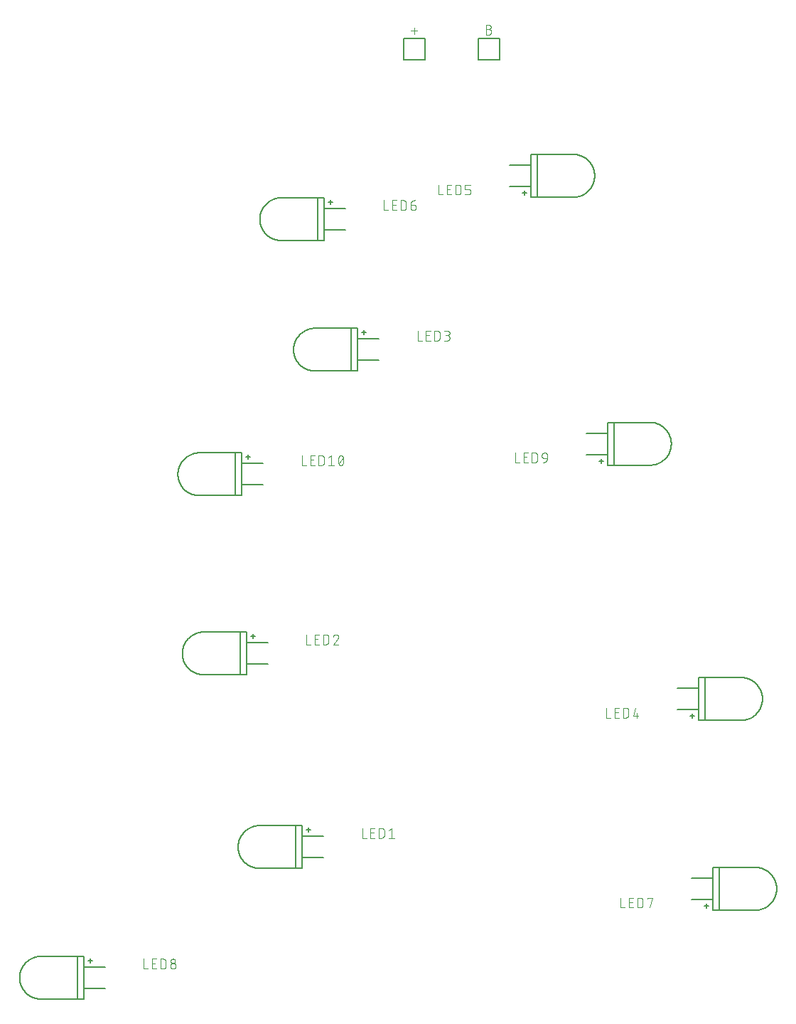
<source format=gbr>
G04 EAGLE Gerber RS-274X export*
G75*
%MOMM*%
%FSLAX34Y34*%
%LPD*%
%INSilkscreen Top*%
%IPPOS*%
%AMOC8*
5,1,8,0,0,1.08239X$1,22.5*%
G01*
%ADD10C,0.127000*%
%ADD11C,0.101600*%
%ADD12C,0.152400*%


D10*
X458100Y1404200D02*
X483500Y1404200D01*
X483500Y1378800D01*
X458100Y1378800D01*
X458100Y1404200D01*
D11*
X467554Y1415009D02*
X470800Y1415009D01*
X470800Y1415010D02*
X470913Y1415008D01*
X471026Y1415002D01*
X471139Y1414992D01*
X471252Y1414978D01*
X471364Y1414961D01*
X471475Y1414939D01*
X471585Y1414914D01*
X471695Y1414884D01*
X471803Y1414851D01*
X471910Y1414814D01*
X472016Y1414774D01*
X472120Y1414729D01*
X472223Y1414681D01*
X472324Y1414630D01*
X472423Y1414575D01*
X472520Y1414517D01*
X472615Y1414455D01*
X472708Y1414390D01*
X472798Y1414322D01*
X472886Y1414251D01*
X472972Y1414176D01*
X473055Y1414099D01*
X473135Y1414019D01*
X473212Y1413936D01*
X473287Y1413850D01*
X473358Y1413762D01*
X473426Y1413672D01*
X473491Y1413579D01*
X473553Y1413484D01*
X473611Y1413387D01*
X473666Y1413288D01*
X473717Y1413187D01*
X473765Y1413084D01*
X473810Y1412980D01*
X473850Y1412874D01*
X473887Y1412767D01*
X473920Y1412659D01*
X473950Y1412549D01*
X473975Y1412439D01*
X473997Y1412328D01*
X474014Y1412216D01*
X474028Y1412103D01*
X474038Y1411990D01*
X474044Y1411877D01*
X474046Y1411764D01*
X474044Y1411651D01*
X474038Y1411538D01*
X474028Y1411425D01*
X474014Y1411312D01*
X473997Y1411200D01*
X473975Y1411089D01*
X473950Y1410979D01*
X473920Y1410869D01*
X473887Y1410761D01*
X473850Y1410654D01*
X473810Y1410548D01*
X473765Y1410444D01*
X473717Y1410341D01*
X473666Y1410240D01*
X473611Y1410141D01*
X473553Y1410044D01*
X473491Y1409949D01*
X473426Y1409856D01*
X473358Y1409766D01*
X473287Y1409678D01*
X473212Y1409592D01*
X473135Y1409509D01*
X473055Y1409429D01*
X472972Y1409352D01*
X472886Y1409277D01*
X472798Y1409206D01*
X472708Y1409138D01*
X472615Y1409073D01*
X472520Y1409011D01*
X472423Y1408953D01*
X472324Y1408898D01*
X472223Y1408847D01*
X472120Y1408799D01*
X472016Y1408754D01*
X471910Y1408714D01*
X471803Y1408677D01*
X471695Y1408644D01*
X471585Y1408614D01*
X471475Y1408589D01*
X471364Y1408567D01*
X471252Y1408550D01*
X471139Y1408536D01*
X471026Y1408526D01*
X470913Y1408520D01*
X470800Y1408518D01*
X467554Y1408518D01*
X467554Y1420202D01*
X470800Y1420202D01*
X470901Y1420200D01*
X471001Y1420194D01*
X471101Y1420184D01*
X471201Y1420171D01*
X471300Y1420153D01*
X471399Y1420132D01*
X471496Y1420107D01*
X471593Y1420078D01*
X471688Y1420045D01*
X471782Y1420009D01*
X471874Y1419969D01*
X471965Y1419926D01*
X472054Y1419879D01*
X472141Y1419829D01*
X472227Y1419775D01*
X472310Y1419718D01*
X472390Y1419658D01*
X472469Y1419595D01*
X472545Y1419528D01*
X472618Y1419459D01*
X472688Y1419387D01*
X472756Y1419313D01*
X472821Y1419236D01*
X472882Y1419156D01*
X472941Y1419074D01*
X472996Y1418990D01*
X473048Y1418904D01*
X473097Y1418816D01*
X473142Y1418726D01*
X473184Y1418634D01*
X473222Y1418541D01*
X473256Y1418446D01*
X473287Y1418351D01*
X473314Y1418254D01*
X473337Y1418156D01*
X473357Y1418057D01*
X473372Y1417957D01*
X473384Y1417857D01*
X473392Y1417757D01*
X473396Y1417656D01*
X473396Y1417556D01*
X473392Y1417455D01*
X473384Y1417355D01*
X473372Y1417255D01*
X473357Y1417155D01*
X473337Y1417056D01*
X473314Y1416958D01*
X473287Y1416861D01*
X473256Y1416766D01*
X473222Y1416671D01*
X473184Y1416578D01*
X473142Y1416486D01*
X473097Y1416396D01*
X473048Y1416308D01*
X472996Y1416222D01*
X472941Y1416138D01*
X472882Y1416056D01*
X472821Y1415976D01*
X472756Y1415899D01*
X472688Y1415825D01*
X472618Y1415753D01*
X472545Y1415684D01*
X472469Y1415617D01*
X472390Y1415554D01*
X472310Y1415494D01*
X472227Y1415437D01*
X472141Y1415383D01*
X472054Y1415333D01*
X471965Y1415286D01*
X471874Y1415243D01*
X471782Y1415203D01*
X471688Y1415167D01*
X471593Y1415134D01*
X471496Y1415105D01*
X471399Y1415080D01*
X471300Y1415059D01*
X471201Y1415041D01*
X471101Y1415028D01*
X471001Y1415018D01*
X470901Y1415012D01*
X470800Y1415010D01*
D10*
X256120Y464960D02*
X256120Y459880D01*
X253580Y462420D02*
X258660Y462420D01*
D12*
X240880Y467500D02*
X197700Y467500D01*
X240880Y467500D02*
X248500Y467500D01*
X248500Y454800D01*
X248500Y429400D01*
X248500Y416700D01*
X240880Y416700D01*
X197700Y416700D01*
X248500Y454800D02*
X273900Y454800D01*
X273900Y429400D02*
X248500Y429400D01*
X197700Y416700D02*
X197081Y416708D01*
X196463Y416730D01*
X195846Y416768D01*
X195230Y416820D01*
X194615Y416888D01*
X194002Y416971D01*
X193391Y417068D01*
X192783Y417181D01*
X192177Y417308D01*
X191575Y417450D01*
X190977Y417606D01*
X190382Y417777D01*
X189792Y417962D01*
X189207Y418162D01*
X188626Y418376D01*
X188051Y418604D01*
X187482Y418846D01*
X186919Y419102D01*
X186362Y419371D01*
X185812Y419654D01*
X185269Y419950D01*
X184733Y420259D01*
X184205Y420581D01*
X183685Y420916D01*
X183173Y421264D01*
X182670Y421624D01*
X182176Y421996D01*
X181691Y422380D01*
X181216Y422776D01*
X180750Y423183D01*
X180294Y423601D01*
X179849Y424030D01*
X179414Y424471D01*
X178991Y424921D01*
X178578Y425382D01*
X178176Y425852D01*
X177787Y426333D01*
X177408Y426822D01*
X177042Y427321D01*
X176689Y427828D01*
X176347Y428344D01*
X176019Y428868D01*
X175703Y429400D01*
X175400Y429939D01*
X175111Y430486D01*
X174835Y431040D01*
X174572Y431600D01*
X174323Y432166D01*
X174088Y432738D01*
X173867Y433316D01*
X173660Y433899D01*
X173468Y434487D01*
X173290Y435079D01*
X173126Y435675D01*
X172977Y436276D01*
X172842Y436880D01*
X172723Y437486D01*
X172618Y438096D01*
X172528Y438708D01*
X172452Y439322D01*
X172392Y439938D01*
X172347Y440555D01*
X172317Y441172D01*
X172302Y441791D01*
X172302Y442409D01*
X172317Y443028D01*
X172347Y443645D01*
X172392Y444262D01*
X172452Y444878D01*
X172528Y445492D01*
X172618Y446104D01*
X172723Y446714D01*
X172842Y447320D01*
X172977Y447924D01*
X173126Y448525D01*
X173290Y449121D01*
X173468Y449713D01*
X173660Y450301D01*
X173867Y450884D01*
X174088Y451462D01*
X174323Y452034D01*
X174572Y452600D01*
X174835Y453160D01*
X175111Y453714D01*
X175400Y454261D01*
X175703Y454800D01*
X176019Y455332D01*
X176347Y455856D01*
X176689Y456372D01*
X177042Y456879D01*
X177408Y457378D01*
X177787Y457867D01*
X178176Y458348D01*
X178578Y458818D01*
X178991Y459279D01*
X179414Y459729D01*
X179849Y460170D01*
X180294Y460599D01*
X180750Y461017D01*
X181216Y461424D01*
X181691Y461820D01*
X182176Y462204D01*
X182670Y462576D01*
X183173Y462936D01*
X183685Y463284D01*
X184205Y463619D01*
X184733Y463941D01*
X185269Y464250D01*
X185812Y464546D01*
X186362Y464829D01*
X186919Y465098D01*
X187482Y465354D01*
X188051Y465596D01*
X188626Y465824D01*
X189207Y466038D01*
X189792Y466238D01*
X190382Y466423D01*
X190977Y466594D01*
X191575Y466750D01*
X192177Y466892D01*
X192783Y467019D01*
X193391Y467132D01*
X194002Y467229D01*
X194615Y467312D01*
X195230Y467380D01*
X195846Y467432D01*
X196463Y467470D01*
X197081Y467492D01*
X197700Y467500D01*
X240880Y467500D02*
X240880Y416700D01*
D11*
X320128Y452768D02*
X320128Y464452D01*
X320128Y452768D02*
X325321Y452768D01*
X330034Y452768D02*
X335227Y452768D01*
X330034Y452768D02*
X330034Y464452D01*
X335227Y464452D01*
X333929Y459259D02*
X330034Y459259D01*
X339917Y464452D02*
X339917Y452768D01*
X339917Y464452D02*
X343163Y464452D01*
X343276Y464450D01*
X343389Y464444D01*
X343502Y464434D01*
X343615Y464420D01*
X343727Y464403D01*
X343838Y464381D01*
X343948Y464356D01*
X344058Y464326D01*
X344166Y464293D01*
X344273Y464256D01*
X344379Y464216D01*
X344483Y464171D01*
X344586Y464123D01*
X344687Y464072D01*
X344786Y464017D01*
X344883Y463959D01*
X344978Y463897D01*
X345071Y463832D01*
X345161Y463764D01*
X345249Y463693D01*
X345335Y463618D01*
X345418Y463541D01*
X345498Y463461D01*
X345575Y463378D01*
X345650Y463292D01*
X345721Y463204D01*
X345789Y463114D01*
X345854Y463021D01*
X345916Y462926D01*
X345974Y462829D01*
X346029Y462730D01*
X346080Y462629D01*
X346128Y462526D01*
X346173Y462422D01*
X346213Y462316D01*
X346250Y462209D01*
X346283Y462101D01*
X346313Y461991D01*
X346338Y461881D01*
X346360Y461770D01*
X346377Y461658D01*
X346391Y461545D01*
X346401Y461432D01*
X346407Y461319D01*
X346409Y461206D01*
X346409Y456014D01*
X346407Y455901D01*
X346401Y455788D01*
X346391Y455675D01*
X346377Y455562D01*
X346360Y455450D01*
X346338Y455339D01*
X346313Y455229D01*
X346283Y455119D01*
X346250Y455011D01*
X346213Y454904D01*
X346173Y454798D01*
X346128Y454694D01*
X346080Y454591D01*
X346029Y454490D01*
X345974Y454391D01*
X345916Y454294D01*
X345854Y454199D01*
X345789Y454106D01*
X345721Y454016D01*
X345650Y453928D01*
X345575Y453842D01*
X345498Y453759D01*
X345418Y453679D01*
X345335Y453602D01*
X345249Y453527D01*
X345161Y453456D01*
X345071Y453388D01*
X344978Y453323D01*
X344883Y453261D01*
X344786Y453203D01*
X344687Y453148D01*
X344586Y453097D01*
X344483Y453049D01*
X344379Y453004D01*
X344273Y452964D01*
X344166Y452927D01*
X344058Y452894D01*
X343948Y452864D01*
X343838Y452839D01*
X343727Y452817D01*
X343615Y452800D01*
X343502Y452786D01*
X343389Y452776D01*
X343276Y452770D01*
X343163Y452768D01*
X339917Y452768D01*
X351728Y461856D02*
X354974Y464452D01*
X354974Y452768D01*
X358219Y452768D02*
X351728Y452768D01*
D10*
X184420Y903380D02*
X184420Y908460D01*
X181880Y905920D02*
X186960Y905920D01*
D12*
X169180Y911000D02*
X126000Y911000D01*
X169180Y911000D02*
X176800Y911000D01*
X176800Y898300D01*
X176800Y872900D01*
X176800Y860200D01*
X169180Y860200D01*
X126000Y860200D01*
X176800Y898300D02*
X202200Y898300D01*
X202200Y872900D02*
X176800Y872900D01*
X126000Y860200D02*
X125381Y860208D01*
X124763Y860230D01*
X124146Y860268D01*
X123530Y860320D01*
X122915Y860388D01*
X122302Y860471D01*
X121691Y860568D01*
X121083Y860681D01*
X120477Y860808D01*
X119875Y860950D01*
X119277Y861106D01*
X118682Y861277D01*
X118092Y861462D01*
X117507Y861662D01*
X116926Y861876D01*
X116351Y862104D01*
X115782Y862346D01*
X115219Y862602D01*
X114662Y862871D01*
X114112Y863154D01*
X113569Y863450D01*
X113033Y863759D01*
X112505Y864081D01*
X111985Y864416D01*
X111473Y864764D01*
X110970Y865124D01*
X110476Y865496D01*
X109991Y865880D01*
X109516Y866276D01*
X109050Y866683D01*
X108594Y867101D01*
X108149Y867530D01*
X107714Y867971D01*
X107291Y868421D01*
X106878Y868882D01*
X106476Y869352D01*
X106087Y869833D01*
X105708Y870322D01*
X105342Y870821D01*
X104989Y871328D01*
X104647Y871844D01*
X104319Y872368D01*
X104003Y872900D01*
X103700Y873439D01*
X103411Y873986D01*
X103135Y874540D01*
X102872Y875100D01*
X102623Y875666D01*
X102388Y876238D01*
X102167Y876816D01*
X101960Y877399D01*
X101768Y877987D01*
X101590Y878579D01*
X101426Y879175D01*
X101277Y879776D01*
X101142Y880380D01*
X101023Y880986D01*
X100918Y881596D01*
X100828Y882208D01*
X100752Y882822D01*
X100692Y883438D01*
X100647Y884055D01*
X100617Y884672D01*
X100602Y885291D01*
X100602Y885909D01*
X100617Y886528D01*
X100647Y887145D01*
X100692Y887762D01*
X100752Y888378D01*
X100828Y888992D01*
X100918Y889604D01*
X101023Y890214D01*
X101142Y890820D01*
X101277Y891424D01*
X101426Y892025D01*
X101590Y892621D01*
X101768Y893213D01*
X101960Y893801D01*
X102167Y894384D01*
X102388Y894962D01*
X102623Y895534D01*
X102872Y896100D01*
X103135Y896660D01*
X103411Y897214D01*
X103700Y897761D01*
X104003Y898300D01*
X104319Y898832D01*
X104647Y899356D01*
X104989Y899872D01*
X105342Y900379D01*
X105708Y900878D01*
X106087Y901367D01*
X106476Y901848D01*
X106878Y902318D01*
X107291Y902779D01*
X107714Y903229D01*
X108149Y903670D01*
X108594Y904099D01*
X109050Y904517D01*
X109516Y904924D01*
X109991Y905320D01*
X110476Y905704D01*
X110970Y906076D01*
X111473Y906436D01*
X111985Y906784D01*
X112505Y907119D01*
X113033Y907441D01*
X113569Y907750D01*
X114112Y908046D01*
X114662Y908329D01*
X115219Y908598D01*
X115782Y908854D01*
X116351Y909096D01*
X116926Y909324D01*
X117507Y909538D01*
X118092Y909738D01*
X118682Y909923D01*
X119277Y910094D01*
X119875Y910250D01*
X120477Y910392D01*
X121083Y910519D01*
X121691Y910632D01*
X122302Y910729D01*
X122915Y910812D01*
X123530Y910880D01*
X124146Y910932D01*
X124763Y910970D01*
X125381Y910992D01*
X126000Y911000D01*
X169180Y911000D02*
X169180Y860200D01*
D11*
X248428Y896268D02*
X248428Y907952D01*
X248428Y896268D02*
X253621Y896268D01*
X258334Y896268D02*
X263527Y896268D01*
X258334Y896268D02*
X258334Y907952D01*
X263527Y907952D01*
X262229Y902759D02*
X258334Y902759D01*
X268217Y907952D02*
X268217Y896268D01*
X268217Y907952D02*
X271463Y907952D01*
X271576Y907950D01*
X271689Y907944D01*
X271802Y907934D01*
X271915Y907920D01*
X272027Y907903D01*
X272138Y907881D01*
X272248Y907856D01*
X272358Y907826D01*
X272466Y907793D01*
X272573Y907756D01*
X272679Y907716D01*
X272783Y907671D01*
X272886Y907623D01*
X272987Y907572D01*
X273086Y907517D01*
X273183Y907459D01*
X273278Y907397D01*
X273371Y907332D01*
X273461Y907264D01*
X273549Y907193D01*
X273635Y907118D01*
X273718Y907041D01*
X273798Y906961D01*
X273875Y906878D01*
X273950Y906792D01*
X274021Y906704D01*
X274089Y906614D01*
X274154Y906521D01*
X274216Y906426D01*
X274274Y906329D01*
X274329Y906230D01*
X274380Y906129D01*
X274428Y906026D01*
X274473Y905922D01*
X274513Y905816D01*
X274550Y905709D01*
X274583Y905601D01*
X274613Y905491D01*
X274638Y905381D01*
X274660Y905270D01*
X274677Y905158D01*
X274691Y905045D01*
X274701Y904932D01*
X274707Y904819D01*
X274709Y904706D01*
X274709Y899514D01*
X274707Y899401D01*
X274701Y899288D01*
X274691Y899175D01*
X274677Y899062D01*
X274660Y898950D01*
X274638Y898839D01*
X274613Y898729D01*
X274583Y898619D01*
X274550Y898511D01*
X274513Y898404D01*
X274473Y898298D01*
X274428Y898194D01*
X274380Y898091D01*
X274329Y897990D01*
X274274Y897891D01*
X274216Y897794D01*
X274154Y897699D01*
X274089Y897606D01*
X274021Y897516D01*
X273950Y897428D01*
X273875Y897342D01*
X273798Y897259D01*
X273718Y897179D01*
X273635Y897102D01*
X273549Y897027D01*
X273461Y896956D01*
X273371Y896888D01*
X273278Y896823D01*
X273183Y896761D01*
X273086Y896703D01*
X272987Y896648D01*
X272886Y896597D01*
X272783Y896549D01*
X272679Y896504D01*
X272573Y896464D01*
X272466Y896427D01*
X272358Y896394D01*
X272248Y896364D01*
X272138Y896339D01*
X272027Y896317D01*
X271915Y896300D01*
X271802Y896286D01*
X271689Y896276D01*
X271576Y896270D01*
X271463Y896268D01*
X268217Y896268D01*
X280028Y905356D02*
X283274Y907952D01*
X283274Y896268D01*
X286519Y896268D02*
X280028Y896268D01*
X291459Y902110D02*
X291462Y902340D01*
X291470Y902570D01*
X291484Y902799D01*
X291503Y903028D01*
X291528Y903257D01*
X291558Y903484D01*
X291593Y903712D01*
X291634Y903938D01*
X291680Y904163D01*
X291732Y904387D01*
X291789Y904609D01*
X291851Y904831D01*
X291919Y905050D01*
X291992Y905268D01*
X292070Y905485D01*
X292153Y905699D01*
X292241Y905911D01*
X292334Y906121D01*
X292433Y906329D01*
X292432Y906329D02*
X292465Y906419D01*
X292501Y906508D01*
X292541Y906596D01*
X292585Y906681D01*
X292632Y906765D01*
X292682Y906847D01*
X292736Y906927D01*
X292792Y907004D01*
X292852Y907080D01*
X292915Y907153D01*
X292980Y907223D01*
X293049Y907291D01*
X293120Y907355D01*
X293193Y907417D01*
X293269Y907476D01*
X293347Y907532D01*
X293428Y907585D01*
X293510Y907634D01*
X293594Y907680D01*
X293681Y907723D01*
X293768Y907762D01*
X293858Y907798D01*
X293948Y907830D01*
X294040Y907858D01*
X294133Y907883D01*
X294227Y907904D01*
X294321Y907921D01*
X294416Y907935D01*
X294512Y907944D01*
X294608Y907950D01*
X294704Y907952D01*
X294800Y907950D01*
X294896Y907944D01*
X294992Y907935D01*
X295087Y907921D01*
X295181Y907904D01*
X295275Y907883D01*
X295368Y907858D01*
X295460Y907830D01*
X295550Y907798D01*
X295640Y907762D01*
X295727Y907723D01*
X295814Y907680D01*
X295898Y907634D01*
X295980Y907585D01*
X296061Y907532D01*
X296139Y907476D01*
X296215Y907417D01*
X296288Y907355D01*
X296359Y907291D01*
X296428Y907223D01*
X296493Y907153D01*
X296556Y907080D01*
X296616Y907004D01*
X296672Y906927D01*
X296726Y906847D01*
X296776Y906765D01*
X296823Y906681D01*
X296867Y906596D01*
X296907Y906508D01*
X296943Y906419D01*
X296976Y906329D01*
X297075Y906122D01*
X297168Y905912D01*
X297256Y905699D01*
X297339Y905485D01*
X297417Y905269D01*
X297490Y905051D01*
X297558Y904831D01*
X297620Y904610D01*
X297677Y904387D01*
X297729Y904163D01*
X297775Y903938D01*
X297816Y903712D01*
X297851Y903485D01*
X297881Y903257D01*
X297906Y903028D01*
X297925Y902799D01*
X297939Y902570D01*
X297947Y902340D01*
X297950Y902110D01*
X291458Y902110D02*
X291461Y901880D01*
X291469Y901650D01*
X291483Y901421D01*
X291502Y901192D01*
X291527Y900963D01*
X291557Y900735D01*
X291592Y900508D01*
X291633Y900282D01*
X291679Y900057D01*
X291731Y899833D01*
X291788Y899610D01*
X291850Y899389D01*
X291918Y899169D01*
X291991Y898951D01*
X292069Y898735D01*
X292152Y898521D01*
X292240Y898309D01*
X292333Y898098D01*
X292432Y897891D01*
X292465Y897801D01*
X292501Y897712D01*
X292542Y897624D01*
X292585Y897539D01*
X292632Y897455D01*
X292682Y897373D01*
X292736Y897293D01*
X292792Y897216D01*
X292852Y897140D01*
X292915Y897067D01*
X292980Y896997D01*
X293049Y896929D01*
X293120Y896865D01*
X293193Y896803D01*
X293269Y896744D01*
X293347Y896688D01*
X293428Y896635D01*
X293510Y896586D01*
X293594Y896540D01*
X293681Y896497D01*
X293768Y896458D01*
X293858Y896422D01*
X293948Y896390D01*
X294040Y896362D01*
X294133Y896337D01*
X294227Y896316D01*
X294321Y896299D01*
X294416Y896285D01*
X294512Y896276D01*
X294608Y896270D01*
X294704Y896268D01*
X296976Y897891D02*
X297075Y898098D01*
X297168Y898309D01*
X297256Y898521D01*
X297339Y898735D01*
X297417Y898951D01*
X297490Y899169D01*
X297558Y899389D01*
X297620Y899610D01*
X297677Y899833D01*
X297729Y900057D01*
X297775Y900282D01*
X297816Y900508D01*
X297851Y900735D01*
X297881Y900963D01*
X297906Y901192D01*
X297925Y901421D01*
X297939Y901650D01*
X297947Y901880D01*
X297950Y902110D01*
X296976Y897891D02*
X296943Y897801D01*
X296907Y897712D01*
X296867Y897624D01*
X296823Y897539D01*
X296776Y897455D01*
X296726Y897373D01*
X296672Y897293D01*
X296616Y897216D01*
X296556Y897140D01*
X296493Y897067D01*
X296428Y896997D01*
X296359Y896929D01*
X296288Y896865D01*
X296215Y896803D01*
X296139Y896744D01*
X296061Y896688D01*
X295980Y896635D01*
X295898Y896586D01*
X295814Y896540D01*
X295727Y896497D01*
X295640Y896458D01*
X295550Y896422D01*
X295460Y896390D01*
X295368Y896362D01*
X295275Y896337D01*
X295181Y896316D01*
X295087Y896299D01*
X294992Y896285D01*
X294896Y896276D01*
X294800Y896270D01*
X294704Y896268D01*
X292107Y898864D02*
X297300Y905356D01*
D10*
X189720Y695260D02*
X189720Y690180D01*
X187180Y692720D02*
X192260Y692720D01*
D12*
X174480Y697800D02*
X131300Y697800D01*
X174480Y697800D02*
X182100Y697800D01*
X182100Y685100D01*
X182100Y659700D01*
X182100Y647000D01*
X174480Y647000D01*
X131300Y647000D01*
X182100Y685100D02*
X207500Y685100D01*
X207500Y659700D02*
X182100Y659700D01*
X131300Y647000D02*
X130681Y647008D01*
X130063Y647030D01*
X129446Y647068D01*
X128830Y647120D01*
X128215Y647188D01*
X127602Y647271D01*
X126991Y647368D01*
X126383Y647481D01*
X125777Y647608D01*
X125175Y647750D01*
X124577Y647906D01*
X123982Y648077D01*
X123392Y648262D01*
X122807Y648462D01*
X122226Y648676D01*
X121651Y648904D01*
X121082Y649146D01*
X120519Y649402D01*
X119962Y649671D01*
X119412Y649954D01*
X118869Y650250D01*
X118333Y650559D01*
X117805Y650881D01*
X117285Y651216D01*
X116773Y651564D01*
X116270Y651924D01*
X115776Y652296D01*
X115291Y652680D01*
X114816Y653076D01*
X114350Y653483D01*
X113894Y653901D01*
X113449Y654330D01*
X113014Y654771D01*
X112591Y655221D01*
X112178Y655682D01*
X111776Y656152D01*
X111387Y656633D01*
X111008Y657122D01*
X110642Y657621D01*
X110289Y658128D01*
X109947Y658644D01*
X109619Y659168D01*
X109303Y659700D01*
X109000Y660239D01*
X108711Y660786D01*
X108435Y661340D01*
X108172Y661900D01*
X107923Y662466D01*
X107688Y663038D01*
X107467Y663616D01*
X107260Y664199D01*
X107068Y664787D01*
X106890Y665379D01*
X106726Y665975D01*
X106577Y666576D01*
X106442Y667180D01*
X106323Y667786D01*
X106218Y668396D01*
X106128Y669008D01*
X106052Y669622D01*
X105992Y670238D01*
X105947Y670855D01*
X105917Y671472D01*
X105902Y672091D01*
X105902Y672709D01*
X105917Y673328D01*
X105947Y673945D01*
X105992Y674562D01*
X106052Y675178D01*
X106128Y675792D01*
X106218Y676404D01*
X106323Y677014D01*
X106442Y677620D01*
X106577Y678224D01*
X106726Y678825D01*
X106890Y679421D01*
X107068Y680013D01*
X107260Y680601D01*
X107467Y681184D01*
X107688Y681762D01*
X107923Y682334D01*
X108172Y682900D01*
X108435Y683460D01*
X108711Y684014D01*
X109000Y684561D01*
X109303Y685100D01*
X109619Y685632D01*
X109947Y686156D01*
X110289Y686672D01*
X110642Y687179D01*
X111008Y687678D01*
X111387Y688167D01*
X111776Y688648D01*
X112178Y689118D01*
X112591Y689579D01*
X113014Y690029D01*
X113449Y690470D01*
X113894Y690899D01*
X114350Y691317D01*
X114816Y691724D01*
X115291Y692120D01*
X115776Y692504D01*
X116270Y692876D01*
X116773Y693236D01*
X117285Y693584D01*
X117805Y693919D01*
X118333Y694241D01*
X118869Y694550D01*
X119412Y694846D01*
X119962Y695129D01*
X120519Y695398D01*
X121082Y695654D01*
X121651Y695896D01*
X122226Y696124D01*
X122807Y696338D01*
X123392Y696538D01*
X123982Y696723D01*
X124577Y696894D01*
X125175Y697050D01*
X125777Y697192D01*
X126383Y697319D01*
X126991Y697432D01*
X127602Y697529D01*
X128215Y697612D01*
X128830Y697680D01*
X129446Y697732D01*
X130063Y697770D01*
X130681Y697792D01*
X131300Y697800D01*
X174480Y697800D02*
X174480Y647000D01*
D11*
X253728Y683068D02*
X253728Y694752D01*
X253728Y683068D02*
X258921Y683068D01*
X263634Y683068D02*
X268827Y683068D01*
X263634Y683068D02*
X263634Y694752D01*
X268827Y694752D01*
X267529Y689559D02*
X263634Y689559D01*
X273517Y694752D02*
X273517Y683068D01*
X273517Y694752D02*
X276763Y694752D01*
X276876Y694750D01*
X276989Y694744D01*
X277102Y694734D01*
X277215Y694720D01*
X277327Y694703D01*
X277438Y694681D01*
X277548Y694656D01*
X277658Y694626D01*
X277766Y694593D01*
X277873Y694556D01*
X277979Y694516D01*
X278083Y694471D01*
X278186Y694423D01*
X278287Y694372D01*
X278386Y694317D01*
X278483Y694259D01*
X278578Y694197D01*
X278671Y694132D01*
X278761Y694064D01*
X278849Y693993D01*
X278935Y693918D01*
X279018Y693841D01*
X279098Y693761D01*
X279175Y693678D01*
X279250Y693592D01*
X279321Y693504D01*
X279389Y693414D01*
X279454Y693321D01*
X279516Y693226D01*
X279574Y693129D01*
X279629Y693030D01*
X279680Y692929D01*
X279728Y692826D01*
X279773Y692722D01*
X279813Y692616D01*
X279850Y692509D01*
X279883Y692401D01*
X279913Y692291D01*
X279938Y692181D01*
X279960Y692070D01*
X279977Y691958D01*
X279991Y691845D01*
X280001Y691732D01*
X280007Y691619D01*
X280009Y691506D01*
X280009Y686314D01*
X280007Y686201D01*
X280001Y686088D01*
X279991Y685975D01*
X279977Y685862D01*
X279960Y685750D01*
X279938Y685639D01*
X279913Y685529D01*
X279883Y685419D01*
X279850Y685311D01*
X279813Y685204D01*
X279773Y685098D01*
X279728Y684994D01*
X279680Y684891D01*
X279629Y684790D01*
X279574Y684691D01*
X279516Y684594D01*
X279454Y684499D01*
X279389Y684406D01*
X279321Y684316D01*
X279250Y684228D01*
X279175Y684142D01*
X279098Y684059D01*
X279018Y683979D01*
X278935Y683902D01*
X278849Y683827D01*
X278761Y683756D01*
X278671Y683688D01*
X278578Y683623D01*
X278483Y683561D01*
X278386Y683503D01*
X278287Y683448D01*
X278186Y683397D01*
X278083Y683349D01*
X277979Y683304D01*
X277873Y683264D01*
X277766Y683227D01*
X277658Y683194D01*
X277548Y683164D01*
X277438Y683139D01*
X277327Y683117D01*
X277215Y683100D01*
X277102Y683086D01*
X276989Y683076D01*
X276876Y683070D01*
X276763Y683068D01*
X273517Y683068D01*
X288898Y694752D02*
X289005Y694750D01*
X289111Y694744D01*
X289217Y694734D01*
X289323Y694721D01*
X289429Y694703D01*
X289533Y694682D01*
X289637Y694657D01*
X289740Y694628D01*
X289841Y694596D01*
X289941Y694559D01*
X290040Y694519D01*
X290138Y694476D01*
X290234Y694429D01*
X290328Y694378D01*
X290420Y694324D01*
X290510Y694267D01*
X290598Y694207D01*
X290683Y694143D01*
X290766Y694076D01*
X290847Y694006D01*
X290925Y693934D01*
X291001Y693858D01*
X291073Y693780D01*
X291143Y693699D01*
X291210Y693616D01*
X291274Y693531D01*
X291334Y693443D01*
X291391Y693353D01*
X291445Y693261D01*
X291496Y693167D01*
X291543Y693071D01*
X291586Y692973D01*
X291626Y692874D01*
X291663Y692774D01*
X291695Y692673D01*
X291724Y692570D01*
X291749Y692466D01*
X291770Y692362D01*
X291788Y692256D01*
X291801Y692150D01*
X291811Y692044D01*
X291817Y691938D01*
X291819Y691831D01*
X288898Y694752D02*
X288777Y694750D01*
X288656Y694744D01*
X288536Y694734D01*
X288415Y694721D01*
X288296Y694703D01*
X288176Y694682D01*
X288058Y694657D01*
X287941Y694628D01*
X287824Y694595D01*
X287709Y694559D01*
X287595Y694518D01*
X287482Y694475D01*
X287370Y694427D01*
X287261Y694376D01*
X287153Y694321D01*
X287046Y694263D01*
X286942Y694202D01*
X286840Y694137D01*
X286740Y694069D01*
X286642Y693998D01*
X286546Y693924D01*
X286453Y693847D01*
X286363Y693766D01*
X286275Y693683D01*
X286190Y693597D01*
X286107Y693508D01*
X286028Y693417D01*
X285951Y693323D01*
X285878Y693227D01*
X285808Y693129D01*
X285741Y693028D01*
X285677Y692925D01*
X285617Y692820D01*
X285560Y692713D01*
X285506Y692605D01*
X285456Y692495D01*
X285410Y692383D01*
X285367Y692270D01*
X285328Y692155D01*
X290846Y689559D02*
X290925Y689636D01*
X291001Y689717D01*
X291074Y689800D01*
X291144Y689885D01*
X291211Y689973D01*
X291275Y690063D01*
X291335Y690155D01*
X291392Y690250D01*
X291446Y690346D01*
X291497Y690444D01*
X291544Y690544D01*
X291588Y690646D01*
X291628Y690749D01*
X291664Y690853D01*
X291696Y690959D01*
X291725Y691065D01*
X291750Y691173D01*
X291772Y691281D01*
X291789Y691391D01*
X291803Y691500D01*
X291812Y691610D01*
X291818Y691721D01*
X291820Y691831D01*
X290846Y689559D02*
X285328Y683068D01*
X291819Y683068D01*
D10*
X322220Y1051580D02*
X322220Y1056660D01*
X319680Y1054120D02*
X324760Y1054120D01*
D12*
X306980Y1059200D02*
X263800Y1059200D01*
X306980Y1059200D02*
X314600Y1059200D01*
X314600Y1046500D01*
X314600Y1021100D01*
X314600Y1008400D01*
X306980Y1008400D01*
X263800Y1008400D01*
X314600Y1046500D02*
X340000Y1046500D01*
X340000Y1021100D02*
X314600Y1021100D01*
X263800Y1008400D02*
X263181Y1008408D01*
X262563Y1008430D01*
X261946Y1008468D01*
X261330Y1008520D01*
X260715Y1008588D01*
X260102Y1008671D01*
X259491Y1008768D01*
X258883Y1008881D01*
X258277Y1009008D01*
X257675Y1009150D01*
X257077Y1009306D01*
X256482Y1009477D01*
X255892Y1009662D01*
X255307Y1009862D01*
X254726Y1010076D01*
X254151Y1010304D01*
X253582Y1010546D01*
X253019Y1010802D01*
X252462Y1011071D01*
X251912Y1011354D01*
X251369Y1011650D01*
X250833Y1011959D01*
X250305Y1012281D01*
X249785Y1012616D01*
X249273Y1012964D01*
X248770Y1013324D01*
X248276Y1013696D01*
X247791Y1014080D01*
X247316Y1014476D01*
X246850Y1014883D01*
X246394Y1015301D01*
X245949Y1015730D01*
X245514Y1016171D01*
X245091Y1016621D01*
X244678Y1017082D01*
X244276Y1017552D01*
X243887Y1018033D01*
X243508Y1018522D01*
X243142Y1019021D01*
X242789Y1019528D01*
X242447Y1020044D01*
X242119Y1020568D01*
X241803Y1021100D01*
X241500Y1021639D01*
X241211Y1022186D01*
X240935Y1022740D01*
X240672Y1023300D01*
X240423Y1023866D01*
X240188Y1024438D01*
X239967Y1025016D01*
X239760Y1025599D01*
X239568Y1026187D01*
X239390Y1026779D01*
X239226Y1027375D01*
X239077Y1027976D01*
X238942Y1028580D01*
X238823Y1029186D01*
X238718Y1029796D01*
X238628Y1030408D01*
X238552Y1031022D01*
X238492Y1031638D01*
X238447Y1032255D01*
X238417Y1032872D01*
X238402Y1033491D01*
X238402Y1034109D01*
X238417Y1034728D01*
X238447Y1035345D01*
X238492Y1035962D01*
X238552Y1036578D01*
X238628Y1037192D01*
X238718Y1037804D01*
X238823Y1038414D01*
X238942Y1039020D01*
X239077Y1039624D01*
X239226Y1040225D01*
X239390Y1040821D01*
X239568Y1041413D01*
X239760Y1042001D01*
X239967Y1042584D01*
X240188Y1043162D01*
X240423Y1043734D01*
X240672Y1044300D01*
X240935Y1044860D01*
X241211Y1045414D01*
X241500Y1045961D01*
X241803Y1046500D01*
X242119Y1047032D01*
X242447Y1047556D01*
X242789Y1048072D01*
X243142Y1048579D01*
X243508Y1049078D01*
X243887Y1049567D01*
X244276Y1050048D01*
X244678Y1050518D01*
X245091Y1050979D01*
X245514Y1051429D01*
X245949Y1051870D01*
X246394Y1052299D01*
X246850Y1052717D01*
X247316Y1053124D01*
X247791Y1053520D01*
X248276Y1053904D01*
X248770Y1054276D01*
X249273Y1054636D01*
X249785Y1054984D01*
X250305Y1055319D01*
X250833Y1055641D01*
X251369Y1055950D01*
X251912Y1056246D01*
X252462Y1056529D01*
X253019Y1056798D01*
X253582Y1057054D01*
X254151Y1057296D01*
X254726Y1057524D01*
X255307Y1057738D01*
X255892Y1057938D01*
X256482Y1058123D01*
X257077Y1058294D01*
X257675Y1058450D01*
X258277Y1058592D01*
X258883Y1058719D01*
X259491Y1058832D01*
X260102Y1058929D01*
X260715Y1059012D01*
X261330Y1059080D01*
X261946Y1059132D01*
X262563Y1059170D01*
X263181Y1059192D01*
X263800Y1059200D01*
X306980Y1059200D02*
X306980Y1008400D01*
D11*
X386228Y1044468D02*
X386228Y1056152D01*
X386228Y1044468D02*
X391421Y1044468D01*
X396134Y1044468D02*
X401327Y1044468D01*
X396134Y1044468D02*
X396134Y1056152D01*
X401327Y1056152D01*
X400029Y1050959D02*
X396134Y1050959D01*
X406017Y1056152D02*
X406017Y1044468D01*
X406017Y1056152D02*
X409263Y1056152D01*
X409376Y1056150D01*
X409489Y1056144D01*
X409602Y1056134D01*
X409715Y1056120D01*
X409827Y1056103D01*
X409938Y1056081D01*
X410048Y1056056D01*
X410158Y1056026D01*
X410266Y1055993D01*
X410373Y1055956D01*
X410479Y1055916D01*
X410583Y1055871D01*
X410686Y1055823D01*
X410787Y1055772D01*
X410886Y1055717D01*
X410983Y1055659D01*
X411078Y1055597D01*
X411171Y1055532D01*
X411261Y1055464D01*
X411349Y1055393D01*
X411435Y1055318D01*
X411518Y1055241D01*
X411598Y1055161D01*
X411675Y1055078D01*
X411750Y1054992D01*
X411821Y1054904D01*
X411889Y1054814D01*
X411954Y1054721D01*
X412016Y1054626D01*
X412074Y1054529D01*
X412129Y1054430D01*
X412180Y1054329D01*
X412228Y1054226D01*
X412273Y1054122D01*
X412313Y1054016D01*
X412350Y1053909D01*
X412383Y1053801D01*
X412413Y1053691D01*
X412438Y1053581D01*
X412460Y1053470D01*
X412477Y1053358D01*
X412491Y1053245D01*
X412501Y1053132D01*
X412507Y1053019D01*
X412509Y1052906D01*
X412509Y1047714D01*
X412507Y1047601D01*
X412501Y1047488D01*
X412491Y1047375D01*
X412477Y1047262D01*
X412460Y1047150D01*
X412438Y1047039D01*
X412413Y1046929D01*
X412383Y1046819D01*
X412350Y1046711D01*
X412313Y1046604D01*
X412273Y1046498D01*
X412228Y1046394D01*
X412180Y1046291D01*
X412129Y1046190D01*
X412074Y1046091D01*
X412016Y1045994D01*
X411954Y1045899D01*
X411889Y1045806D01*
X411821Y1045716D01*
X411750Y1045628D01*
X411675Y1045542D01*
X411598Y1045459D01*
X411518Y1045379D01*
X411435Y1045302D01*
X411349Y1045227D01*
X411261Y1045156D01*
X411171Y1045088D01*
X411078Y1045023D01*
X410983Y1044961D01*
X410886Y1044903D01*
X410787Y1044848D01*
X410686Y1044797D01*
X410583Y1044749D01*
X410479Y1044704D01*
X410373Y1044664D01*
X410266Y1044627D01*
X410158Y1044594D01*
X410048Y1044564D01*
X409938Y1044539D01*
X409827Y1044517D01*
X409715Y1044500D01*
X409602Y1044486D01*
X409489Y1044476D01*
X409376Y1044470D01*
X409263Y1044468D01*
X406017Y1044468D01*
X417828Y1044468D02*
X421074Y1044468D01*
X421187Y1044470D01*
X421300Y1044476D01*
X421413Y1044486D01*
X421526Y1044500D01*
X421638Y1044517D01*
X421749Y1044539D01*
X421859Y1044564D01*
X421969Y1044594D01*
X422077Y1044627D01*
X422184Y1044664D01*
X422290Y1044704D01*
X422394Y1044749D01*
X422497Y1044797D01*
X422598Y1044848D01*
X422697Y1044903D01*
X422794Y1044961D01*
X422889Y1045023D01*
X422982Y1045088D01*
X423072Y1045156D01*
X423160Y1045227D01*
X423246Y1045302D01*
X423329Y1045379D01*
X423409Y1045459D01*
X423486Y1045542D01*
X423561Y1045628D01*
X423632Y1045716D01*
X423700Y1045806D01*
X423765Y1045899D01*
X423827Y1045994D01*
X423885Y1046091D01*
X423940Y1046190D01*
X423991Y1046291D01*
X424039Y1046394D01*
X424084Y1046498D01*
X424124Y1046604D01*
X424161Y1046711D01*
X424194Y1046819D01*
X424224Y1046929D01*
X424249Y1047039D01*
X424271Y1047150D01*
X424288Y1047262D01*
X424302Y1047375D01*
X424312Y1047488D01*
X424318Y1047601D01*
X424320Y1047714D01*
X424318Y1047827D01*
X424312Y1047940D01*
X424302Y1048053D01*
X424288Y1048166D01*
X424271Y1048278D01*
X424249Y1048389D01*
X424224Y1048499D01*
X424194Y1048609D01*
X424161Y1048717D01*
X424124Y1048824D01*
X424084Y1048930D01*
X424039Y1049034D01*
X423991Y1049137D01*
X423940Y1049238D01*
X423885Y1049337D01*
X423827Y1049434D01*
X423765Y1049529D01*
X423700Y1049622D01*
X423632Y1049712D01*
X423561Y1049800D01*
X423486Y1049886D01*
X423409Y1049969D01*
X423329Y1050049D01*
X423246Y1050126D01*
X423160Y1050201D01*
X423072Y1050272D01*
X422982Y1050340D01*
X422889Y1050405D01*
X422794Y1050467D01*
X422697Y1050525D01*
X422598Y1050580D01*
X422497Y1050631D01*
X422394Y1050679D01*
X422290Y1050724D01*
X422184Y1050764D01*
X422077Y1050801D01*
X421969Y1050834D01*
X421859Y1050864D01*
X421749Y1050889D01*
X421638Y1050911D01*
X421526Y1050928D01*
X421413Y1050942D01*
X421300Y1050952D01*
X421187Y1050958D01*
X421074Y1050960D01*
X421723Y1056152D02*
X417828Y1056152D01*
X421723Y1056152D02*
X421824Y1056150D01*
X421924Y1056144D01*
X422024Y1056134D01*
X422124Y1056121D01*
X422223Y1056103D01*
X422322Y1056082D01*
X422419Y1056057D01*
X422516Y1056028D01*
X422611Y1055995D01*
X422705Y1055959D01*
X422797Y1055919D01*
X422888Y1055876D01*
X422977Y1055829D01*
X423064Y1055779D01*
X423150Y1055725D01*
X423233Y1055668D01*
X423313Y1055608D01*
X423392Y1055545D01*
X423468Y1055478D01*
X423541Y1055409D01*
X423611Y1055337D01*
X423679Y1055263D01*
X423744Y1055186D01*
X423805Y1055106D01*
X423864Y1055024D01*
X423919Y1054940D01*
X423971Y1054854D01*
X424020Y1054766D01*
X424065Y1054676D01*
X424107Y1054584D01*
X424145Y1054491D01*
X424179Y1054396D01*
X424210Y1054301D01*
X424237Y1054204D01*
X424260Y1054106D01*
X424280Y1054007D01*
X424295Y1053907D01*
X424307Y1053807D01*
X424315Y1053707D01*
X424319Y1053606D01*
X424319Y1053506D01*
X424315Y1053405D01*
X424307Y1053305D01*
X424295Y1053205D01*
X424280Y1053105D01*
X424260Y1053006D01*
X424237Y1052908D01*
X424210Y1052811D01*
X424179Y1052716D01*
X424145Y1052621D01*
X424107Y1052528D01*
X424065Y1052436D01*
X424020Y1052346D01*
X423971Y1052258D01*
X423919Y1052172D01*
X423864Y1052088D01*
X423805Y1052006D01*
X423744Y1051926D01*
X423679Y1051849D01*
X423611Y1051775D01*
X423541Y1051703D01*
X423468Y1051634D01*
X423392Y1051567D01*
X423313Y1051504D01*
X423233Y1051444D01*
X423150Y1051387D01*
X423064Y1051333D01*
X422977Y1051283D01*
X422888Y1051236D01*
X422797Y1051193D01*
X422705Y1051153D01*
X422611Y1051117D01*
X422516Y1051084D01*
X422419Y1051055D01*
X422322Y1051030D01*
X422223Y1051009D01*
X422124Y1050991D01*
X422024Y1050978D01*
X421924Y1050968D01*
X421824Y1050962D01*
X421723Y1050960D01*
X421723Y1050959D02*
X419127Y1050959D01*
D10*
X713180Y600420D02*
X713180Y595340D01*
X715720Y597880D02*
X710640Y597880D01*
D12*
X728420Y592800D02*
X771600Y592800D01*
X728420Y592800D02*
X720800Y592800D01*
X720800Y605500D01*
X720800Y630900D01*
X720800Y643600D01*
X728420Y643600D01*
X771600Y643600D01*
X720800Y605500D02*
X695400Y605500D01*
X695400Y630900D02*
X720800Y630900D01*
X771600Y643600D02*
X772219Y643592D01*
X772837Y643570D01*
X773454Y643532D01*
X774070Y643480D01*
X774685Y643412D01*
X775298Y643329D01*
X775909Y643232D01*
X776517Y643119D01*
X777123Y642992D01*
X777725Y642850D01*
X778323Y642694D01*
X778918Y642523D01*
X779508Y642338D01*
X780093Y642138D01*
X780674Y641924D01*
X781249Y641696D01*
X781818Y641454D01*
X782381Y641198D01*
X782938Y640929D01*
X783488Y640646D01*
X784031Y640350D01*
X784567Y640041D01*
X785095Y639719D01*
X785615Y639384D01*
X786127Y639036D01*
X786630Y638676D01*
X787124Y638304D01*
X787609Y637920D01*
X788084Y637524D01*
X788550Y637117D01*
X789006Y636699D01*
X789451Y636270D01*
X789886Y635829D01*
X790309Y635379D01*
X790722Y634918D01*
X791124Y634448D01*
X791513Y633967D01*
X791892Y633478D01*
X792258Y632979D01*
X792611Y632472D01*
X792953Y631956D01*
X793281Y631432D01*
X793597Y630900D01*
X793900Y630361D01*
X794189Y629814D01*
X794465Y629260D01*
X794728Y628700D01*
X794977Y628134D01*
X795212Y627562D01*
X795433Y626984D01*
X795640Y626401D01*
X795832Y625813D01*
X796010Y625221D01*
X796174Y624625D01*
X796323Y624024D01*
X796458Y623420D01*
X796577Y622814D01*
X796682Y622204D01*
X796772Y621592D01*
X796848Y620978D01*
X796908Y620362D01*
X796953Y619745D01*
X796983Y619128D01*
X796998Y618509D01*
X796998Y617891D01*
X796983Y617272D01*
X796953Y616655D01*
X796908Y616038D01*
X796848Y615422D01*
X796772Y614808D01*
X796682Y614196D01*
X796577Y613586D01*
X796458Y612980D01*
X796323Y612376D01*
X796174Y611775D01*
X796010Y611179D01*
X795832Y610587D01*
X795640Y609999D01*
X795433Y609416D01*
X795212Y608838D01*
X794977Y608266D01*
X794728Y607700D01*
X794465Y607140D01*
X794189Y606586D01*
X793900Y606039D01*
X793597Y605500D01*
X793281Y604968D01*
X792953Y604444D01*
X792611Y603928D01*
X792258Y603421D01*
X791892Y602922D01*
X791513Y602433D01*
X791124Y601952D01*
X790722Y601482D01*
X790309Y601021D01*
X789886Y600571D01*
X789451Y600130D01*
X789006Y599701D01*
X788550Y599283D01*
X788084Y598876D01*
X787609Y598480D01*
X787124Y598096D01*
X786630Y597724D01*
X786127Y597364D01*
X785615Y597016D01*
X785095Y596681D01*
X784567Y596359D01*
X784031Y596050D01*
X783488Y595754D01*
X782938Y595471D01*
X782381Y595202D01*
X781818Y594946D01*
X781249Y594704D01*
X780674Y594476D01*
X780093Y594262D01*
X779508Y594062D01*
X778918Y593877D01*
X778323Y593706D01*
X777725Y593550D01*
X777123Y593408D01*
X776517Y593281D01*
X775909Y593168D01*
X775298Y593071D01*
X774685Y592988D01*
X774070Y592920D01*
X773454Y592868D01*
X772837Y592830D01*
X772219Y592808D01*
X771600Y592800D01*
X728420Y592800D02*
X728420Y643600D01*
D11*
X611081Y607532D02*
X611081Y595848D01*
X616273Y595848D01*
X620987Y595848D02*
X626179Y595848D01*
X620987Y595848D02*
X620987Y607532D01*
X626179Y607532D01*
X624881Y602339D02*
X620987Y602339D01*
X630870Y607532D02*
X630870Y595848D01*
X630870Y607532D02*
X634115Y607532D01*
X634228Y607530D01*
X634341Y607524D01*
X634454Y607514D01*
X634567Y607500D01*
X634679Y607483D01*
X634790Y607461D01*
X634900Y607436D01*
X635010Y607406D01*
X635118Y607373D01*
X635225Y607336D01*
X635331Y607296D01*
X635435Y607251D01*
X635538Y607203D01*
X635639Y607152D01*
X635738Y607097D01*
X635835Y607039D01*
X635930Y606977D01*
X636023Y606912D01*
X636113Y606844D01*
X636201Y606773D01*
X636287Y606698D01*
X636370Y606621D01*
X636450Y606541D01*
X636527Y606458D01*
X636602Y606372D01*
X636673Y606284D01*
X636741Y606194D01*
X636806Y606101D01*
X636868Y606006D01*
X636926Y605909D01*
X636981Y605810D01*
X637032Y605709D01*
X637080Y605606D01*
X637125Y605502D01*
X637165Y605396D01*
X637202Y605289D01*
X637235Y605181D01*
X637265Y605071D01*
X637290Y604961D01*
X637312Y604850D01*
X637329Y604738D01*
X637343Y604625D01*
X637353Y604512D01*
X637359Y604399D01*
X637361Y604286D01*
X637361Y599094D01*
X637362Y599094D02*
X637360Y598981D01*
X637354Y598868D01*
X637344Y598755D01*
X637330Y598642D01*
X637313Y598530D01*
X637291Y598419D01*
X637266Y598309D01*
X637236Y598199D01*
X637203Y598091D01*
X637166Y597984D01*
X637126Y597878D01*
X637081Y597774D01*
X637033Y597671D01*
X636982Y597570D01*
X636927Y597471D01*
X636869Y597374D01*
X636807Y597279D01*
X636742Y597186D01*
X636674Y597096D01*
X636603Y597008D01*
X636528Y596922D01*
X636451Y596839D01*
X636371Y596759D01*
X636288Y596682D01*
X636202Y596607D01*
X636114Y596536D01*
X636024Y596468D01*
X635931Y596403D01*
X635836Y596341D01*
X635739Y596283D01*
X635640Y596228D01*
X635539Y596177D01*
X635436Y596129D01*
X635332Y596084D01*
X635226Y596044D01*
X635119Y596007D01*
X635011Y595974D01*
X634901Y595944D01*
X634791Y595919D01*
X634680Y595897D01*
X634568Y595880D01*
X634455Y595866D01*
X634342Y595856D01*
X634229Y595850D01*
X634116Y595848D01*
X634115Y595848D02*
X630870Y595848D01*
X642681Y598444D02*
X645277Y607532D01*
X642681Y598444D02*
X649172Y598444D01*
X647225Y601041D02*
X647225Y595848D01*
D10*
X513280Y1217740D02*
X513280Y1222820D01*
X515820Y1220280D02*
X510740Y1220280D01*
D12*
X528520Y1215200D02*
X571700Y1215200D01*
X528520Y1215200D02*
X520900Y1215200D01*
X520900Y1227900D01*
X520900Y1253300D01*
X520900Y1266000D01*
X528520Y1266000D01*
X571700Y1266000D01*
X520900Y1227900D02*
X495500Y1227900D01*
X495500Y1253300D02*
X520900Y1253300D01*
X571700Y1266000D02*
X572319Y1265992D01*
X572937Y1265970D01*
X573554Y1265932D01*
X574170Y1265880D01*
X574785Y1265812D01*
X575398Y1265729D01*
X576009Y1265632D01*
X576617Y1265519D01*
X577223Y1265392D01*
X577825Y1265250D01*
X578423Y1265094D01*
X579018Y1264923D01*
X579608Y1264738D01*
X580193Y1264538D01*
X580774Y1264324D01*
X581349Y1264096D01*
X581918Y1263854D01*
X582481Y1263598D01*
X583038Y1263329D01*
X583588Y1263046D01*
X584131Y1262750D01*
X584667Y1262441D01*
X585195Y1262119D01*
X585715Y1261784D01*
X586227Y1261436D01*
X586730Y1261076D01*
X587224Y1260704D01*
X587709Y1260320D01*
X588184Y1259924D01*
X588650Y1259517D01*
X589106Y1259099D01*
X589551Y1258670D01*
X589986Y1258229D01*
X590409Y1257779D01*
X590822Y1257318D01*
X591224Y1256848D01*
X591613Y1256367D01*
X591992Y1255878D01*
X592358Y1255379D01*
X592711Y1254872D01*
X593053Y1254356D01*
X593381Y1253832D01*
X593697Y1253300D01*
X594000Y1252761D01*
X594289Y1252214D01*
X594565Y1251660D01*
X594828Y1251100D01*
X595077Y1250534D01*
X595312Y1249962D01*
X595533Y1249384D01*
X595740Y1248801D01*
X595932Y1248213D01*
X596110Y1247621D01*
X596274Y1247025D01*
X596423Y1246424D01*
X596558Y1245820D01*
X596677Y1245214D01*
X596782Y1244604D01*
X596872Y1243992D01*
X596948Y1243378D01*
X597008Y1242762D01*
X597053Y1242145D01*
X597083Y1241528D01*
X597098Y1240909D01*
X597098Y1240291D01*
X597083Y1239672D01*
X597053Y1239055D01*
X597008Y1238438D01*
X596948Y1237822D01*
X596872Y1237208D01*
X596782Y1236596D01*
X596677Y1235986D01*
X596558Y1235380D01*
X596423Y1234776D01*
X596274Y1234175D01*
X596110Y1233579D01*
X595932Y1232987D01*
X595740Y1232399D01*
X595533Y1231816D01*
X595312Y1231238D01*
X595077Y1230666D01*
X594828Y1230100D01*
X594565Y1229540D01*
X594289Y1228986D01*
X594000Y1228439D01*
X593697Y1227900D01*
X593381Y1227368D01*
X593053Y1226844D01*
X592711Y1226328D01*
X592358Y1225821D01*
X591992Y1225322D01*
X591613Y1224833D01*
X591224Y1224352D01*
X590822Y1223882D01*
X590409Y1223421D01*
X589986Y1222971D01*
X589551Y1222530D01*
X589106Y1222101D01*
X588650Y1221683D01*
X588184Y1221276D01*
X587709Y1220880D01*
X587224Y1220496D01*
X586730Y1220124D01*
X586227Y1219764D01*
X585715Y1219416D01*
X585195Y1219081D01*
X584667Y1218759D01*
X584131Y1218450D01*
X583588Y1218154D01*
X583038Y1217871D01*
X582481Y1217602D01*
X581918Y1217346D01*
X581349Y1217104D01*
X580774Y1216876D01*
X580193Y1216662D01*
X579608Y1216462D01*
X579018Y1216277D01*
X578423Y1216106D01*
X577825Y1215950D01*
X577223Y1215808D01*
X576617Y1215681D01*
X576009Y1215568D01*
X575398Y1215471D01*
X574785Y1215388D01*
X574170Y1215320D01*
X573554Y1215268D01*
X572937Y1215230D01*
X572319Y1215208D01*
X571700Y1215200D01*
X528520Y1215200D02*
X528520Y1266000D01*
D11*
X411181Y1229932D02*
X411181Y1218248D01*
X416373Y1218248D01*
X421087Y1218248D02*
X426279Y1218248D01*
X421087Y1218248D02*
X421087Y1229932D01*
X426279Y1229932D01*
X424981Y1224739D02*
X421087Y1224739D01*
X430970Y1229932D02*
X430970Y1218248D01*
X430970Y1229932D02*
X434215Y1229932D01*
X434328Y1229930D01*
X434441Y1229924D01*
X434554Y1229914D01*
X434667Y1229900D01*
X434779Y1229883D01*
X434890Y1229861D01*
X435000Y1229836D01*
X435110Y1229806D01*
X435218Y1229773D01*
X435325Y1229736D01*
X435431Y1229696D01*
X435535Y1229651D01*
X435638Y1229603D01*
X435739Y1229552D01*
X435838Y1229497D01*
X435935Y1229439D01*
X436030Y1229377D01*
X436123Y1229312D01*
X436213Y1229244D01*
X436301Y1229173D01*
X436387Y1229098D01*
X436470Y1229021D01*
X436550Y1228941D01*
X436627Y1228858D01*
X436702Y1228772D01*
X436773Y1228684D01*
X436841Y1228594D01*
X436906Y1228501D01*
X436968Y1228406D01*
X437026Y1228309D01*
X437081Y1228210D01*
X437132Y1228109D01*
X437180Y1228006D01*
X437225Y1227902D01*
X437265Y1227796D01*
X437302Y1227689D01*
X437335Y1227581D01*
X437365Y1227471D01*
X437390Y1227361D01*
X437412Y1227250D01*
X437429Y1227138D01*
X437443Y1227025D01*
X437453Y1226912D01*
X437459Y1226799D01*
X437461Y1226686D01*
X437461Y1221494D01*
X437462Y1221494D02*
X437460Y1221381D01*
X437454Y1221268D01*
X437444Y1221155D01*
X437430Y1221042D01*
X437413Y1220930D01*
X437391Y1220819D01*
X437366Y1220709D01*
X437336Y1220599D01*
X437303Y1220491D01*
X437266Y1220384D01*
X437226Y1220278D01*
X437181Y1220174D01*
X437133Y1220071D01*
X437082Y1219970D01*
X437027Y1219871D01*
X436969Y1219774D01*
X436907Y1219679D01*
X436842Y1219586D01*
X436774Y1219496D01*
X436703Y1219408D01*
X436628Y1219322D01*
X436551Y1219239D01*
X436471Y1219159D01*
X436388Y1219082D01*
X436302Y1219007D01*
X436214Y1218936D01*
X436124Y1218868D01*
X436031Y1218803D01*
X435936Y1218741D01*
X435839Y1218683D01*
X435740Y1218628D01*
X435639Y1218577D01*
X435536Y1218529D01*
X435432Y1218484D01*
X435326Y1218444D01*
X435219Y1218407D01*
X435111Y1218374D01*
X435001Y1218344D01*
X434891Y1218319D01*
X434780Y1218297D01*
X434668Y1218280D01*
X434555Y1218266D01*
X434442Y1218256D01*
X434329Y1218250D01*
X434216Y1218248D01*
X434215Y1218248D02*
X430970Y1218248D01*
X442781Y1218248D02*
X446676Y1218248D01*
X446775Y1218250D01*
X446875Y1218256D01*
X446974Y1218265D01*
X447072Y1218278D01*
X447170Y1218295D01*
X447268Y1218316D01*
X447364Y1218341D01*
X447459Y1218369D01*
X447553Y1218401D01*
X447646Y1218436D01*
X447738Y1218475D01*
X447828Y1218518D01*
X447916Y1218563D01*
X448003Y1218613D01*
X448087Y1218665D01*
X448170Y1218721D01*
X448250Y1218779D01*
X448328Y1218841D01*
X448403Y1218906D01*
X448476Y1218974D01*
X448546Y1219044D01*
X448614Y1219117D01*
X448679Y1219192D01*
X448741Y1219270D01*
X448799Y1219350D01*
X448855Y1219433D01*
X448907Y1219517D01*
X448957Y1219604D01*
X449002Y1219692D01*
X449045Y1219782D01*
X449084Y1219874D01*
X449119Y1219967D01*
X449151Y1220061D01*
X449179Y1220156D01*
X449204Y1220252D01*
X449225Y1220350D01*
X449242Y1220448D01*
X449255Y1220546D01*
X449264Y1220645D01*
X449270Y1220745D01*
X449272Y1220844D01*
X449272Y1222143D01*
X449270Y1222242D01*
X449264Y1222342D01*
X449255Y1222441D01*
X449242Y1222539D01*
X449225Y1222637D01*
X449204Y1222735D01*
X449179Y1222831D01*
X449151Y1222926D01*
X449119Y1223020D01*
X449084Y1223113D01*
X449045Y1223205D01*
X449002Y1223295D01*
X448957Y1223383D01*
X448907Y1223470D01*
X448855Y1223554D01*
X448799Y1223637D01*
X448741Y1223717D01*
X448679Y1223795D01*
X448614Y1223870D01*
X448546Y1223943D01*
X448476Y1224013D01*
X448403Y1224081D01*
X448328Y1224146D01*
X448250Y1224208D01*
X448170Y1224266D01*
X448087Y1224322D01*
X448003Y1224374D01*
X447916Y1224424D01*
X447828Y1224469D01*
X447738Y1224512D01*
X447646Y1224551D01*
X447553Y1224586D01*
X447459Y1224618D01*
X447364Y1224646D01*
X447268Y1224671D01*
X447170Y1224692D01*
X447072Y1224709D01*
X446974Y1224722D01*
X446875Y1224731D01*
X446775Y1224737D01*
X446676Y1224739D01*
X442781Y1224739D01*
X442781Y1229932D01*
X449272Y1229932D01*
D10*
X282020Y1211960D02*
X282020Y1206880D01*
X279480Y1209420D02*
X284560Y1209420D01*
D12*
X266780Y1214500D02*
X223600Y1214500D01*
X266780Y1214500D02*
X274400Y1214500D01*
X274400Y1201800D01*
X274400Y1176400D01*
X274400Y1163700D01*
X266780Y1163700D01*
X223600Y1163700D01*
X274400Y1201800D02*
X299800Y1201800D01*
X299800Y1176400D02*
X274400Y1176400D01*
X223600Y1163700D02*
X222981Y1163708D01*
X222363Y1163730D01*
X221746Y1163768D01*
X221130Y1163820D01*
X220515Y1163888D01*
X219902Y1163971D01*
X219291Y1164068D01*
X218683Y1164181D01*
X218077Y1164308D01*
X217475Y1164450D01*
X216877Y1164606D01*
X216282Y1164777D01*
X215692Y1164962D01*
X215107Y1165162D01*
X214526Y1165376D01*
X213951Y1165604D01*
X213382Y1165846D01*
X212819Y1166102D01*
X212262Y1166371D01*
X211712Y1166654D01*
X211169Y1166950D01*
X210633Y1167259D01*
X210105Y1167581D01*
X209585Y1167916D01*
X209073Y1168264D01*
X208570Y1168624D01*
X208076Y1168996D01*
X207591Y1169380D01*
X207116Y1169776D01*
X206650Y1170183D01*
X206194Y1170601D01*
X205749Y1171030D01*
X205314Y1171471D01*
X204891Y1171921D01*
X204478Y1172382D01*
X204076Y1172852D01*
X203687Y1173333D01*
X203308Y1173822D01*
X202942Y1174321D01*
X202589Y1174828D01*
X202247Y1175344D01*
X201919Y1175868D01*
X201603Y1176400D01*
X201300Y1176939D01*
X201011Y1177486D01*
X200735Y1178040D01*
X200472Y1178600D01*
X200223Y1179166D01*
X199988Y1179738D01*
X199767Y1180316D01*
X199560Y1180899D01*
X199368Y1181487D01*
X199190Y1182079D01*
X199026Y1182675D01*
X198877Y1183276D01*
X198742Y1183880D01*
X198623Y1184486D01*
X198518Y1185096D01*
X198428Y1185708D01*
X198352Y1186322D01*
X198292Y1186938D01*
X198247Y1187555D01*
X198217Y1188172D01*
X198202Y1188791D01*
X198202Y1189409D01*
X198217Y1190028D01*
X198247Y1190645D01*
X198292Y1191262D01*
X198352Y1191878D01*
X198428Y1192492D01*
X198518Y1193104D01*
X198623Y1193714D01*
X198742Y1194320D01*
X198877Y1194924D01*
X199026Y1195525D01*
X199190Y1196121D01*
X199368Y1196713D01*
X199560Y1197301D01*
X199767Y1197884D01*
X199988Y1198462D01*
X200223Y1199034D01*
X200472Y1199600D01*
X200735Y1200160D01*
X201011Y1200714D01*
X201300Y1201261D01*
X201603Y1201800D01*
X201919Y1202332D01*
X202247Y1202856D01*
X202589Y1203372D01*
X202942Y1203879D01*
X203308Y1204378D01*
X203687Y1204867D01*
X204076Y1205348D01*
X204478Y1205818D01*
X204891Y1206279D01*
X205314Y1206729D01*
X205749Y1207170D01*
X206194Y1207599D01*
X206650Y1208017D01*
X207116Y1208424D01*
X207591Y1208820D01*
X208076Y1209204D01*
X208570Y1209576D01*
X209073Y1209936D01*
X209585Y1210284D01*
X210105Y1210619D01*
X210633Y1210941D01*
X211169Y1211250D01*
X211712Y1211546D01*
X212262Y1211829D01*
X212819Y1212098D01*
X213382Y1212354D01*
X213951Y1212596D01*
X214526Y1212824D01*
X215107Y1213038D01*
X215692Y1213238D01*
X216282Y1213423D01*
X216877Y1213594D01*
X217475Y1213750D01*
X218077Y1213892D01*
X218683Y1214019D01*
X219291Y1214132D01*
X219902Y1214229D01*
X220515Y1214312D01*
X221130Y1214380D01*
X221746Y1214432D01*
X222363Y1214470D01*
X222981Y1214492D01*
X223600Y1214500D01*
X266780Y1214500D02*
X266780Y1163700D01*
D11*
X346028Y1199768D02*
X346028Y1211452D01*
X346028Y1199768D02*
X351221Y1199768D01*
X355934Y1199768D02*
X361127Y1199768D01*
X355934Y1199768D02*
X355934Y1211452D01*
X361127Y1211452D01*
X359829Y1206259D02*
X355934Y1206259D01*
X365817Y1211452D02*
X365817Y1199768D01*
X365817Y1211452D02*
X369063Y1211452D01*
X369176Y1211450D01*
X369289Y1211444D01*
X369402Y1211434D01*
X369515Y1211420D01*
X369627Y1211403D01*
X369738Y1211381D01*
X369848Y1211356D01*
X369958Y1211326D01*
X370066Y1211293D01*
X370173Y1211256D01*
X370279Y1211216D01*
X370383Y1211171D01*
X370486Y1211123D01*
X370587Y1211072D01*
X370686Y1211017D01*
X370783Y1210959D01*
X370878Y1210897D01*
X370971Y1210832D01*
X371061Y1210764D01*
X371149Y1210693D01*
X371235Y1210618D01*
X371318Y1210541D01*
X371398Y1210461D01*
X371475Y1210378D01*
X371550Y1210292D01*
X371621Y1210204D01*
X371689Y1210114D01*
X371754Y1210021D01*
X371816Y1209926D01*
X371874Y1209829D01*
X371929Y1209730D01*
X371980Y1209629D01*
X372028Y1209526D01*
X372073Y1209422D01*
X372113Y1209316D01*
X372150Y1209209D01*
X372183Y1209101D01*
X372213Y1208991D01*
X372238Y1208881D01*
X372260Y1208770D01*
X372277Y1208658D01*
X372291Y1208545D01*
X372301Y1208432D01*
X372307Y1208319D01*
X372309Y1208206D01*
X372309Y1203014D01*
X372307Y1202901D01*
X372301Y1202788D01*
X372291Y1202675D01*
X372277Y1202562D01*
X372260Y1202450D01*
X372238Y1202339D01*
X372213Y1202229D01*
X372183Y1202119D01*
X372150Y1202011D01*
X372113Y1201904D01*
X372073Y1201798D01*
X372028Y1201694D01*
X371980Y1201591D01*
X371929Y1201490D01*
X371874Y1201391D01*
X371816Y1201294D01*
X371754Y1201199D01*
X371689Y1201106D01*
X371621Y1201016D01*
X371550Y1200928D01*
X371475Y1200842D01*
X371398Y1200759D01*
X371318Y1200679D01*
X371235Y1200602D01*
X371149Y1200527D01*
X371061Y1200456D01*
X370971Y1200388D01*
X370878Y1200323D01*
X370783Y1200261D01*
X370686Y1200203D01*
X370587Y1200148D01*
X370486Y1200097D01*
X370383Y1200049D01*
X370279Y1200004D01*
X370173Y1199964D01*
X370066Y1199927D01*
X369958Y1199894D01*
X369848Y1199864D01*
X369738Y1199839D01*
X369627Y1199817D01*
X369515Y1199800D01*
X369402Y1199786D01*
X369289Y1199776D01*
X369176Y1199770D01*
X369063Y1199768D01*
X365817Y1199768D01*
X377628Y1206259D02*
X381523Y1206259D01*
X381622Y1206257D01*
X381722Y1206251D01*
X381821Y1206242D01*
X381919Y1206229D01*
X382017Y1206212D01*
X382115Y1206191D01*
X382211Y1206166D01*
X382306Y1206138D01*
X382400Y1206106D01*
X382493Y1206071D01*
X382585Y1206032D01*
X382675Y1205989D01*
X382763Y1205944D01*
X382850Y1205894D01*
X382934Y1205842D01*
X383017Y1205786D01*
X383097Y1205728D01*
X383175Y1205666D01*
X383250Y1205601D01*
X383323Y1205533D01*
X383393Y1205463D01*
X383461Y1205390D01*
X383526Y1205315D01*
X383588Y1205237D01*
X383646Y1205157D01*
X383702Y1205074D01*
X383754Y1204990D01*
X383804Y1204903D01*
X383849Y1204815D01*
X383892Y1204725D01*
X383931Y1204633D01*
X383966Y1204540D01*
X383998Y1204446D01*
X384026Y1204351D01*
X384051Y1204255D01*
X384072Y1204157D01*
X384089Y1204059D01*
X384102Y1203961D01*
X384111Y1203862D01*
X384117Y1203762D01*
X384119Y1203663D01*
X384119Y1203014D01*
X384120Y1203014D02*
X384118Y1202901D01*
X384112Y1202788D01*
X384102Y1202675D01*
X384088Y1202562D01*
X384071Y1202450D01*
X384049Y1202339D01*
X384024Y1202229D01*
X383994Y1202119D01*
X383961Y1202011D01*
X383924Y1201904D01*
X383884Y1201798D01*
X383839Y1201694D01*
X383791Y1201591D01*
X383740Y1201490D01*
X383685Y1201391D01*
X383627Y1201294D01*
X383565Y1201199D01*
X383500Y1201106D01*
X383432Y1201016D01*
X383361Y1200928D01*
X383286Y1200842D01*
X383209Y1200759D01*
X383129Y1200679D01*
X383046Y1200602D01*
X382960Y1200527D01*
X382872Y1200456D01*
X382782Y1200388D01*
X382689Y1200323D01*
X382594Y1200261D01*
X382497Y1200203D01*
X382398Y1200148D01*
X382297Y1200097D01*
X382194Y1200049D01*
X382090Y1200004D01*
X381984Y1199964D01*
X381877Y1199927D01*
X381769Y1199894D01*
X381659Y1199864D01*
X381549Y1199839D01*
X381438Y1199817D01*
X381326Y1199800D01*
X381213Y1199786D01*
X381100Y1199776D01*
X380987Y1199770D01*
X380874Y1199768D01*
X380761Y1199770D01*
X380648Y1199776D01*
X380535Y1199786D01*
X380422Y1199800D01*
X380310Y1199817D01*
X380199Y1199839D01*
X380089Y1199864D01*
X379979Y1199894D01*
X379871Y1199927D01*
X379764Y1199964D01*
X379658Y1200004D01*
X379554Y1200049D01*
X379451Y1200097D01*
X379350Y1200148D01*
X379251Y1200203D01*
X379154Y1200261D01*
X379059Y1200323D01*
X378966Y1200388D01*
X378876Y1200456D01*
X378788Y1200527D01*
X378702Y1200602D01*
X378619Y1200679D01*
X378539Y1200759D01*
X378462Y1200842D01*
X378387Y1200928D01*
X378316Y1201016D01*
X378248Y1201106D01*
X378183Y1201199D01*
X378121Y1201294D01*
X378063Y1201391D01*
X378008Y1201490D01*
X377957Y1201591D01*
X377909Y1201694D01*
X377864Y1201798D01*
X377824Y1201904D01*
X377787Y1202011D01*
X377754Y1202119D01*
X377724Y1202229D01*
X377699Y1202339D01*
X377677Y1202450D01*
X377660Y1202562D01*
X377646Y1202675D01*
X377636Y1202788D01*
X377630Y1202901D01*
X377628Y1203014D01*
X377628Y1206259D01*
X377630Y1206402D01*
X377636Y1206545D01*
X377646Y1206688D01*
X377660Y1206830D01*
X377677Y1206972D01*
X377699Y1207114D01*
X377724Y1207255D01*
X377754Y1207395D01*
X377787Y1207534D01*
X377824Y1207672D01*
X377865Y1207809D01*
X377909Y1207945D01*
X377958Y1208080D01*
X378010Y1208213D01*
X378065Y1208345D01*
X378125Y1208475D01*
X378188Y1208604D01*
X378254Y1208731D01*
X378324Y1208855D01*
X378397Y1208978D01*
X378474Y1209099D01*
X378554Y1209218D01*
X378637Y1209334D01*
X378723Y1209449D01*
X378812Y1209560D01*
X378905Y1209670D01*
X379000Y1209776D01*
X379099Y1209880D01*
X379200Y1209981D01*
X379304Y1210080D01*
X379410Y1210175D01*
X379520Y1210268D01*
X379631Y1210357D01*
X379746Y1210443D01*
X379862Y1210526D01*
X379981Y1210606D01*
X380102Y1210683D01*
X380224Y1210756D01*
X380349Y1210826D01*
X380476Y1210892D01*
X380605Y1210955D01*
X380735Y1211015D01*
X380867Y1211070D01*
X381000Y1211122D01*
X381135Y1211171D01*
X381271Y1211215D01*
X381408Y1211256D01*
X381546Y1211293D01*
X381685Y1211326D01*
X381825Y1211356D01*
X381966Y1211381D01*
X382108Y1211403D01*
X382250Y1211420D01*
X382392Y1211434D01*
X382535Y1211444D01*
X382678Y1211450D01*
X382821Y1211452D01*
D10*
X730080Y374520D02*
X730080Y369440D01*
X732620Y371980D02*
X727540Y371980D01*
D12*
X745320Y366900D02*
X788500Y366900D01*
X745320Y366900D02*
X737700Y366900D01*
X737700Y379600D01*
X737700Y405000D01*
X737700Y417700D01*
X745320Y417700D01*
X788500Y417700D01*
X737700Y379600D02*
X712300Y379600D01*
X712300Y405000D02*
X737700Y405000D01*
X788500Y417700D02*
X789119Y417692D01*
X789737Y417670D01*
X790354Y417632D01*
X790970Y417580D01*
X791585Y417512D01*
X792198Y417429D01*
X792809Y417332D01*
X793417Y417219D01*
X794023Y417092D01*
X794625Y416950D01*
X795223Y416794D01*
X795818Y416623D01*
X796408Y416438D01*
X796993Y416238D01*
X797574Y416024D01*
X798149Y415796D01*
X798718Y415554D01*
X799281Y415298D01*
X799838Y415029D01*
X800388Y414746D01*
X800931Y414450D01*
X801467Y414141D01*
X801995Y413819D01*
X802515Y413484D01*
X803027Y413136D01*
X803530Y412776D01*
X804024Y412404D01*
X804509Y412020D01*
X804984Y411624D01*
X805450Y411217D01*
X805906Y410799D01*
X806351Y410370D01*
X806786Y409929D01*
X807209Y409479D01*
X807622Y409018D01*
X808024Y408548D01*
X808413Y408067D01*
X808792Y407578D01*
X809158Y407079D01*
X809511Y406572D01*
X809853Y406056D01*
X810181Y405532D01*
X810497Y405000D01*
X810800Y404461D01*
X811089Y403914D01*
X811365Y403360D01*
X811628Y402800D01*
X811877Y402234D01*
X812112Y401662D01*
X812333Y401084D01*
X812540Y400501D01*
X812732Y399913D01*
X812910Y399321D01*
X813074Y398725D01*
X813223Y398124D01*
X813358Y397520D01*
X813477Y396914D01*
X813582Y396304D01*
X813672Y395692D01*
X813748Y395078D01*
X813808Y394462D01*
X813853Y393845D01*
X813883Y393228D01*
X813898Y392609D01*
X813898Y391991D01*
X813883Y391372D01*
X813853Y390755D01*
X813808Y390138D01*
X813748Y389522D01*
X813672Y388908D01*
X813582Y388296D01*
X813477Y387686D01*
X813358Y387080D01*
X813223Y386476D01*
X813074Y385875D01*
X812910Y385279D01*
X812732Y384687D01*
X812540Y384099D01*
X812333Y383516D01*
X812112Y382938D01*
X811877Y382366D01*
X811628Y381800D01*
X811365Y381240D01*
X811089Y380686D01*
X810800Y380139D01*
X810497Y379600D01*
X810181Y379068D01*
X809853Y378544D01*
X809511Y378028D01*
X809158Y377521D01*
X808792Y377022D01*
X808413Y376533D01*
X808024Y376052D01*
X807622Y375582D01*
X807209Y375121D01*
X806786Y374671D01*
X806351Y374230D01*
X805906Y373801D01*
X805450Y373383D01*
X804984Y372976D01*
X804509Y372580D01*
X804024Y372196D01*
X803530Y371824D01*
X803027Y371464D01*
X802515Y371116D01*
X801995Y370781D01*
X801467Y370459D01*
X800931Y370150D01*
X800388Y369854D01*
X799838Y369571D01*
X799281Y369302D01*
X798718Y369046D01*
X798149Y368804D01*
X797574Y368576D01*
X796993Y368362D01*
X796408Y368162D01*
X795818Y367977D01*
X795223Y367806D01*
X794625Y367650D01*
X794023Y367508D01*
X793417Y367381D01*
X792809Y367268D01*
X792198Y367171D01*
X791585Y367088D01*
X790970Y367020D01*
X790354Y366968D01*
X789737Y366930D01*
X789119Y366908D01*
X788500Y366900D01*
X745320Y366900D02*
X745320Y417700D01*
D11*
X627981Y381632D02*
X627981Y369948D01*
X633173Y369948D01*
X637887Y369948D02*
X643079Y369948D01*
X637887Y369948D02*
X637887Y381632D01*
X643079Y381632D01*
X641781Y376439D02*
X637887Y376439D01*
X647770Y381632D02*
X647770Y369948D01*
X647770Y381632D02*
X651015Y381632D01*
X651128Y381630D01*
X651241Y381624D01*
X651354Y381614D01*
X651467Y381600D01*
X651579Y381583D01*
X651690Y381561D01*
X651800Y381536D01*
X651910Y381506D01*
X652018Y381473D01*
X652125Y381436D01*
X652231Y381396D01*
X652335Y381351D01*
X652438Y381303D01*
X652539Y381252D01*
X652638Y381197D01*
X652735Y381139D01*
X652830Y381077D01*
X652923Y381012D01*
X653013Y380944D01*
X653101Y380873D01*
X653187Y380798D01*
X653270Y380721D01*
X653350Y380641D01*
X653427Y380558D01*
X653502Y380472D01*
X653573Y380384D01*
X653641Y380294D01*
X653706Y380201D01*
X653768Y380106D01*
X653826Y380009D01*
X653881Y379910D01*
X653932Y379809D01*
X653980Y379706D01*
X654025Y379602D01*
X654065Y379496D01*
X654102Y379389D01*
X654135Y379281D01*
X654165Y379171D01*
X654190Y379061D01*
X654212Y378950D01*
X654229Y378838D01*
X654243Y378725D01*
X654253Y378612D01*
X654259Y378499D01*
X654261Y378386D01*
X654261Y373194D01*
X654262Y373194D02*
X654260Y373081D01*
X654254Y372968D01*
X654244Y372855D01*
X654230Y372742D01*
X654213Y372630D01*
X654191Y372519D01*
X654166Y372409D01*
X654136Y372299D01*
X654103Y372191D01*
X654066Y372084D01*
X654026Y371978D01*
X653981Y371874D01*
X653933Y371771D01*
X653882Y371670D01*
X653827Y371571D01*
X653769Y371474D01*
X653707Y371379D01*
X653642Y371286D01*
X653574Y371196D01*
X653503Y371108D01*
X653428Y371022D01*
X653351Y370939D01*
X653271Y370859D01*
X653188Y370782D01*
X653102Y370707D01*
X653014Y370636D01*
X652924Y370568D01*
X652831Y370503D01*
X652736Y370441D01*
X652639Y370383D01*
X652540Y370328D01*
X652439Y370277D01*
X652336Y370229D01*
X652232Y370184D01*
X652126Y370144D01*
X652019Y370107D01*
X651911Y370074D01*
X651801Y370044D01*
X651691Y370019D01*
X651580Y369997D01*
X651468Y369980D01*
X651355Y369966D01*
X651242Y369956D01*
X651129Y369950D01*
X651016Y369948D01*
X651015Y369948D02*
X647770Y369948D01*
X659581Y380334D02*
X659581Y381632D01*
X666072Y381632D01*
X662826Y369948D01*
D10*
X-4180Y309460D02*
X-4180Y304380D01*
X-6720Y306920D02*
X-1640Y306920D01*
D12*
X-19420Y312000D02*
X-62600Y312000D01*
X-19420Y312000D02*
X-11800Y312000D01*
X-11800Y299300D01*
X-11800Y273900D01*
X-11800Y261200D01*
X-19420Y261200D01*
X-62600Y261200D01*
X-11800Y299300D02*
X13600Y299300D01*
X13600Y273900D02*
X-11800Y273900D01*
X-62600Y261200D02*
X-63219Y261208D01*
X-63837Y261230D01*
X-64454Y261268D01*
X-65070Y261320D01*
X-65685Y261388D01*
X-66298Y261471D01*
X-66909Y261568D01*
X-67517Y261681D01*
X-68123Y261808D01*
X-68725Y261950D01*
X-69323Y262106D01*
X-69918Y262277D01*
X-70508Y262462D01*
X-71093Y262662D01*
X-71674Y262876D01*
X-72249Y263104D01*
X-72818Y263346D01*
X-73381Y263602D01*
X-73938Y263871D01*
X-74488Y264154D01*
X-75031Y264450D01*
X-75567Y264759D01*
X-76095Y265081D01*
X-76615Y265416D01*
X-77127Y265764D01*
X-77630Y266124D01*
X-78124Y266496D01*
X-78609Y266880D01*
X-79084Y267276D01*
X-79550Y267683D01*
X-80006Y268101D01*
X-80451Y268530D01*
X-80886Y268971D01*
X-81309Y269421D01*
X-81722Y269882D01*
X-82124Y270352D01*
X-82513Y270833D01*
X-82892Y271322D01*
X-83258Y271821D01*
X-83611Y272328D01*
X-83953Y272844D01*
X-84281Y273368D01*
X-84597Y273900D01*
X-84900Y274439D01*
X-85189Y274986D01*
X-85465Y275540D01*
X-85728Y276100D01*
X-85977Y276666D01*
X-86212Y277238D01*
X-86433Y277816D01*
X-86640Y278399D01*
X-86832Y278987D01*
X-87010Y279579D01*
X-87174Y280175D01*
X-87323Y280776D01*
X-87458Y281380D01*
X-87577Y281986D01*
X-87682Y282596D01*
X-87772Y283208D01*
X-87848Y283822D01*
X-87908Y284438D01*
X-87953Y285055D01*
X-87983Y285672D01*
X-87998Y286291D01*
X-87998Y286909D01*
X-87983Y287528D01*
X-87953Y288145D01*
X-87908Y288762D01*
X-87848Y289378D01*
X-87772Y289992D01*
X-87682Y290604D01*
X-87577Y291214D01*
X-87458Y291820D01*
X-87323Y292424D01*
X-87174Y293025D01*
X-87010Y293621D01*
X-86832Y294213D01*
X-86640Y294801D01*
X-86433Y295384D01*
X-86212Y295962D01*
X-85977Y296534D01*
X-85728Y297100D01*
X-85465Y297660D01*
X-85189Y298214D01*
X-84900Y298761D01*
X-84597Y299300D01*
X-84281Y299832D01*
X-83953Y300356D01*
X-83611Y300872D01*
X-83258Y301379D01*
X-82892Y301878D01*
X-82513Y302367D01*
X-82124Y302848D01*
X-81722Y303318D01*
X-81309Y303779D01*
X-80886Y304229D01*
X-80451Y304670D01*
X-80006Y305099D01*
X-79550Y305517D01*
X-79084Y305924D01*
X-78609Y306320D01*
X-78124Y306704D01*
X-77630Y307076D01*
X-77127Y307436D01*
X-76615Y307784D01*
X-76095Y308119D01*
X-75567Y308441D01*
X-75031Y308750D01*
X-74488Y309046D01*
X-73938Y309329D01*
X-73381Y309598D01*
X-72818Y309854D01*
X-72249Y310096D01*
X-71674Y310324D01*
X-71093Y310538D01*
X-70508Y310738D01*
X-69918Y310923D01*
X-69323Y311094D01*
X-68725Y311250D01*
X-68123Y311392D01*
X-67517Y311519D01*
X-66909Y311632D01*
X-66298Y311729D01*
X-65685Y311812D01*
X-65070Y311880D01*
X-64454Y311932D01*
X-63837Y311970D01*
X-63219Y311992D01*
X-62600Y312000D01*
X-19420Y312000D02*
X-19420Y261200D01*
D11*
X59828Y297268D02*
X59828Y308952D01*
X59828Y297268D02*
X65021Y297268D01*
X69734Y297268D02*
X74927Y297268D01*
X69734Y297268D02*
X69734Y308952D01*
X74927Y308952D01*
X73629Y303759D02*
X69734Y303759D01*
X79617Y308952D02*
X79617Y297268D01*
X79617Y308952D02*
X82863Y308952D01*
X82976Y308950D01*
X83089Y308944D01*
X83202Y308934D01*
X83315Y308920D01*
X83427Y308903D01*
X83538Y308881D01*
X83648Y308856D01*
X83758Y308826D01*
X83866Y308793D01*
X83973Y308756D01*
X84079Y308716D01*
X84183Y308671D01*
X84286Y308623D01*
X84387Y308572D01*
X84486Y308517D01*
X84583Y308459D01*
X84678Y308397D01*
X84771Y308332D01*
X84861Y308264D01*
X84949Y308193D01*
X85035Y308118D01*
X85118Y308041D01*
X85198Y307961D01*
X85275Y307878D01*
X85350Y307792D01*
X85421Y307704D01*
X85489Y307614D01*
X85554Y307521D01*
X85616Y307426D01*
X85674Y307329D01*
X85729Y307230D01*
X85780Y307129D01*
X85828Y307026D01*
X85873Y306922D01*
X85913Y306816D01*
X85950Y306709D01*
X85983Y306601D01*
X86013Y306491D01*
X86038Y306381D01*
X86060Y306270D01*
X86077Y306158D01*
X86091Y306045D01*
X86101Y305932D01*
X86107Y305819D01*
X86109Y305706D01*
X86109Y300514D01*
X86107Y300401D01*
X86101Y300288D01*
X86091Y300175D01*
X86077Y300062D01*
X86060Y299950D01*
X86038Y299839D01*
X86013Y299729D01*
X85983Y299619D01*
X85950Y299511D01*
X85913Y299404D01*
X85873Y299298D01*
X85828Y299194D01*
X85780Y299091D01*
X85729Y298990D01*
X85674Y298891D01*
X85616Y298794D01*
X85554Y298699D01*
X85489Y298606D01*
X85421Y298516D01*
X85350Y298428D01*
X85275Y298342D01*
X85198Y298259D01*
X85118Y298179D01*
X85035Y298102D01*
X84949Y298027D01*
X84861Y297956D01*
X84771Y297888D01*
X84678Y297823D01*
X84583Y297761D01*
X84486Y297703D01*
X84387Y297648D01*
X84286Y297597D01*
X84183Y297549D01*
X84079Y297504D01*
X83973Y297464D01*
X83866Y297427D01*
X83758Y297394D01*
X83648Y297364D01*
X83538Y297339D01*
X83427Y297317D01*
X83315Y297300D01*
X83202Y297286D01*
X83089Y297276D01*
X82976Y297270D01*
X82863Y297268D01*
X79617Y297268D01*
X91428Y300514D02*
X91430Y300627D01*
X91436Y300740D01*
X91446Y300853D01*
X91460Y300966D01*
X91477Y301078D01*
X91499Y301189D01*
X91524Y301299D01*
X91554Y301409D01*
X91587Y301517D01*
X91624Y301624D01*
X91664Y301730D01*
X91709Y301834D01*
X91757Y301937D01*
X91808Y302038D01*
X91863Y302137D01*
X91921Y302234D01*
X91983Y302329D01*
X92048Y302422D01*
X92116Y302512D01*
X92187Y302600D01*
X92262Y302686D01*
X92339Y302769D01*
X92419Y302849D01*
X92502Y302926D01*
X92588Y303001D01*
X92676Y303072D01*
X92766Y303140D01*
X92859Y303205D01*
X92954Y303267D01*
X93051Y303325D01*
X93150Y303380D01*
X93251Y303431D01*
X93354Y303479D01*
X93458Y303524D01*
X93564Y303564D01*
X93671Y303601D01*
X93779Y303634D01*
X93889Y303664D01*
X93999Y303689D01*
X94110Y303711D01*
X94222Y303728D01*
X94335Y303742D01*
X94448Y303752D01*
X94561Y303758D01*
X94674Y303760D01*
X94787Y303758D01*
X94900Y303752D01*
X95013Y303742D01*
X95126Y303728D01*
X95238Y303711D01*
X95349Y303689D01*
X95459Y303664D01*
X95569Y303634D01*
X95677Y303601D01*
X95784Y303564D01*
X95890Y303524D01*
X95994Y303479D01*
X96097Y303431D01*
X96198Y303380D01*
X96297Y303325D01*
X96394Y303267D01*
X96489Y303205D01*
X96582Y303140D01*
X96672Y303072D01*
X96760Y303001D01*
X96846Y302926D01*
X96929Y302849D01*
X97009Y302769D01*
X97086Y302686D01*
X97161Y302600D01*
X97232Y302512D01*
X97300Y302422D01*
X97365Y302329D01*
X97427Y302234D01*
X97485Y302137D01*
X97540Y302038D01*
X97591Y301937D01*
X97639Y301834D01*
X97684Y301730D01*
X97724Y301624D01*
X97761Y301517D01*
X97794Y301409D01*
X97824Y301299D01*
X97849Y301189D01*
X97871Y301078D01*
X97888Y300966D01*
X97902Y300853D01*
X97912Y300740D01*
X97918Y300627D01*
X97920Y300514D01*
X97918Y300401D01*
X97912Y300288D01*
X97902Y300175D01*
X97888Y300062D01*
X97871Y299950D01*
X97849Y299839D01*
X97824Y299729D01*
X97794Y299619D01*
X97761Y299511D01*
X97724Y299404D01*
X97684Y299298D01*
X97639Y299194D01*
X97591Y299091D01*
X97540Y298990D01*
X97485Y298891D01*
X97427Y298794D01*
X97365Y298699D01*
X97300Y298606D01*
X97232Y298516D01*
X97161Y298428D01*
X97086Y298342D01*
X97009Y298259D01*
X96929Y298179D01*
X96846Y298102D01*
X96760Y298027D01*
X96672Y297956D01*
X96582Y297888D01*
X96489Y297823D01*
X96394Y297761D01*
X96297Y297703D01*
X96198Y297648D01*
X96097Y297597D01*
X95994Y297549D01*
X95890Y297504D01*
X95784Y297464D01*
X95677Y297427D01*
X95569Y297394D01*
X95459Y297364D01*
X95349Y297339D01*
X95238Y297317D01*
X95126Y297300D01*
X95013Y297286D01*
X94900Y297276D01*
X94787Y297270D01*
X94674Y297268D01*
X94561Y297270D01*
X94448Y297276D01*
X94335Y297286D01*
X94222Y297300D01*
X94110Y297317D01*
X93999Y297339D01*
X93889Y297364D01*
X93779Y297394D01*
X93671Y297427D01*
X93564Y297464D01*
X93458Y297504D01*
X93354Y297549D01*
X93251Y297597D01*
X93150Y297648D01*
X93051Y297703D01*
X92954Y297761D01*
X92859Y297823D01*
X92766Y297888D01*
X92676Y297956D01*
X92588Y298027D01*
X92502Y298102D01*
X92419Y298179D01*
X92339Y298259D01*
X92262Y298342D01*
X92187Y298428D01*
X92116Y298516D01*
X92048Y298606D01*
X91983Y298699D01*
X91921Y298794D01*
X91863Y298891D01*
X91808Y298990D01*
X91757Y299091D01*
X91709Y299194D01*
X91664Y299298D01*
X91624Y299404D01*
X91587Y299511D01*
X91554Y299619D01*
X91524Y299729D01*
X91499Y299839D01*
X91477Y299950D01*
X91460Y300062D01*
X91446Y300175D01*
X91436Y300288D01*
X91430Y300401D01*
X91428Y300514D01*
X92078Y306356D02*
X92080Y306457D01*
X92086Y306557D01*
X92096Y306657D01*
X92109Y306757D01*
X92127Y306856D01*
X92148Y306955D01*
X92173Y307052D01*
X92202Y307149D01*
X92235Y307244D01*
X92271Y307338D01*
X92311Y307430D01*
X92354Y307521D01*
X92401Y307610D01*
X92451Y307697D01*
X92505Y307783D01*
X92562Y307866D01*
X92622Y307946D01*
X92685Y308025D01*
X92752Y308101D01*
X92821Y308174D01*
X92893Y308244D01*
X92967Y308312D01*
X93044Y308377D01*
X93124Y308438D01*
X93206Y308497D01*
X93290Y308552D01*
X93376Y308604D01*
X93464Y308653D01*
X93554Y308698D01*
X93646Y308740D01*
X93739Y308778D01*
X93834Y308812D01*
X93929Y308843D01*
X94026Y308870D01*
X94124Y308893D01*
X94223Y308913D01*
X94323Y308928D01*
X94423Y308940D01*
X94523Y308948D01*
X94624Y308952D01*
X94724Y308952D01*
X94825Y308948D01*
X94925Y308940D01*
X95025Y308928D01*
X95125Y308913D01*
X95224Y308893D01*
X95322Y308870D01*
X95419Y308843D01*
X95514Y308812D01*
X95609Y308778D01*
X95702Y308740D01*
X95794Y308698D01*
X95884Y308653D01*
X95972Y308604D01*
X96058Y308552D01*
X96142Y308497D01*
X96224Y308438D01*
X96304Y308377D01*
X96381Y308312D01*
X96455Y308244D01*
X96527Y308174D01*
X96596Y308101D01*
X96663Y308025D01*
X96726Y307946D01*
X96786Y307866D01*
X96843Y307783D01*
X96897Y307697D01*
X96947Y307610D01*
X96994Y307521D01*
X97037Y307430D01*
X97077Y307338D01*
X97113Y307244D01*
X97146Y307149D01*
X97175Y307052D01*
X97200Y306955D01*
X97221Y306856D01*
X97239Y306757D01*
X97252Y306657D01*
X97262Y306557D01*
X97268Y306457D01*
X97270Y306356D01*
X97268Y306255D01*
X97262Y306155D01*
X97252Y306055D01*
X97239Y305955D01*
X97221Y305856D01*
X97200Y305757D01*
X97175Y305660D01*
X97146Y305563D01*
X97113Y305468D01*
X97077Y305374D01*
X97037Y305282D01*
X96994Y305191D01*
X96947Y305102D01*
X96897Y305015D01*
X96843Y304929D01*
X96786Y304846D01*
X96726Y304766D01*
X96663Y304687D01*
X96596Y304611D01*
X96527Y304538D01*
X96455Y304468D01*
X96381Y304400D01*
X96304Y304335D01*
X96224Y304274D01*
X96142Y304215D01*
X96058Y304160D01*
X95972Y304108D01*
X95884Y304059D01*
X95794Y304014D01*
X95702Y303972D01*
X95609Y303934D01*
X95514Y303900D01*
X95419Y303869D01*
X95322Y303842D01*
X95224Y303819D01*
X95125Y303799D01*
X95025Y303784D01*
X94925Y303772D01*
X94825Y303764D01*
X94724Y303760D01*
X94624Y303760D01*
X94523Y303764D01*
X94423Y303772D01*
X94323Y303784D01*
X94223Y303799D01*
X94124Y303819D01*
X94026Y303842D01*
X93929Y303869D01*
X93834Y303900D01*
X93739Y303934D01*
X93646Y303972D01*
X93554Y304014D01*
X93464Y304059D01*
X93376Y304108D01*
X93290Y304160D01*
X93206Y304215D01*
X93124Y304274D01*
X93044Y304335D01*
X92967Y304400D01*
X92893Y304468D01*
X92821Y304538D01*
X92752Y304611D01*
X92685Y304687D01*
X92622Y304766D01*
X92562Y304846D01*
X92505Y304929D01*
X92451Y305015D01*
X92401Y305102D01*
X92354Y305191D01*
X92311Y305282D01*
X92271Y305374D01*
X92235Y305468D01*
X92202Y305563D01*
X92173Y305660D01*
X92148Y305757D01*
X92127Y305856D01*
X92109Y305955D01*
X92096Y306055D01*
X92086Y306155D01*
X92080Y306255D01*
X92078Y306356D01*
D10*
X604580Y898940D02*
X604580Y904020D01*
X607120Y901480D02*
X602040Y901480D01*
D12*
X619820Y896400D02*
X663000Y896400D01*
X619820Y896400D02*
X612200Y896400D01*
X612200Y909100D01*
X612200Y934500D01*
X612200Y947200D01*
X619820Y947200D01*
X663000Y947200D01*
X612200Y909100D02*
X586800Y909100D01*
X586800Y934500D02*
X612200Y934500D01*
X663000Y947200D02*
X663619Y947192D01*
X664237Y947170D01*
X664854Y947132D01*
X665470Y947080D01*
X666085Y947012D01*
X666698Y946929D01*
X667309Y946832D01*
X667917Y946719D01*
X668523Y946592D01*
X669125Y946450D01*
X669723Y946294D01*
X670318Y946123D01*
X670908Y945938D01*
X671493Y945738D01*
X672074Y945524D01*
X672649Y945296D01*
X673218Y945054D01*
X673781Y944798D01*
X674338Y944529D01*
X674888Y944246D01*
X675431Y943950D01*
X675967Y943641D01*
X676495Y943319D01*
X677015Y942984D01*
X677527Y942636D01*
X678030Y942276D01*
X678524Y941904D01*
X679009Y941520D01*
X679484Y941124D01*
X679950Y940717D01*
X680406Y940299D01*
X680851Y939870D01*
X681286Y939429D01*
X681709Y938979D01*
X682122Y938518D01*
X682524Y938048D01*
X682913Y937567D01*
X683292Y937078D01*
X683658Y936579D01*
X684011Y936072D01*
X684353Y935556D01*
X684681Y935032D01*
X684997Y934500D01*
X685300Y933961D01*
X685589Y933414D01*
X685865Y932860D01*
X686128Y932300D01*
X686377Y931734D01*
X686612Y931162D01*
X686833Y930584D01*
X687040Y930001D01*
X687232Y929413D01*
X687410Y928821D01*
X687574Y928225D01*
X687723Y927624D01*
X687858Y927020D01*
X687977Y926414D01*
X688082Y925804D01*
X688172Y925192D01*
X688248Y924578D01*
X688308Y923962D01*
X688353Y923345D01*
X688383Y922728D01*
X688398Y922109D01*
X688398Y921491D01*
X688383Y920872D01*
X688353Y920255D01*
X688308Y919638D01*
X688248Y919022D01*
X688172Y918408D01*
X688082Y917796D01*
X687977Y917186D01*
X687858Y916580D01*
X687723Y915976D01*
X687574Y915375D01*
X687410Y914779D01*
X687232Y914187D01*
X687040Y913599D01*
X686833Y913016D01*
X686612Y912438D01*
X686377Y911866D01*
X686128Y911300D01*
X685865Y910740D01*
X685589Y910186D01*
X685300Y909639D01*
X684997Y909100D01*
X684681Y908568D01*
X684353Y908044D01*
X684011Y907528D01*
X683658Y907021D01*
X683292Y906522D01*
X682913Y906033D01*
X682524Y905552D01*
X682122Y905082D01*
X681709Y904621D01*
X681286Y904171D01*
X680851Y903730D01*
X680406Y903301D01*
X679950Y902883D01*
X679484Y902476D01*
X679009Y902080D01*
X678524Y901696D01*
X678030Y901324D01*
X677527Y900964D01*
X677015Y900616D01*
X676495Y900281D01*
X675967Y899959D01*
X675431Y899650D01*
X674888Y899354D01*
X674338Y899071D01*
X673781Y898802D01*
X673218Y898546D01*
X672649Y898304D01*
X672074Y898076D01*
X671493Y897862D01*
X670908Y897662D01*
X670318Y897477D01*
X669723Y897306D01*
X669125Y897150D01*
X668523Y897008D01*
X667917Y896881D01*
X667309Y896768D01*
X666698Y896671D01*
X666085Y896588D01*
X665470Y896520D01*
X664854Y896468D01*
X664237Y896430D01*
X663619Y896408D01*
X663000Y896400D01*
X619820Y896400D02*
X619820Y947200D01*
D11*
X502481Y911132D02*
X502481Y899448D01*
X507673Y899448D01*
X512387Y899448D02*
X517579Y899448D01*
X512387Y899448D02*
X512387Y911132D01*
X517579Y911132D01*
X516281Y905939D02*
X512387Y905939D01*
X522270Y911132D02*
X522270Y899448D01*
X522270Y911132D02*
X525515Y911132D01*
X525628Y911130D01*
X525741Y911124D01*
X525854Y911114D01*
X525967Y911100D01*
X526079Y911083D01*
X526190Y911061D01*
X526300Y911036D01*
X526410Y911006D01*
X526518Y910973D01*
X526625Y910936D01*
X526731Y910896D01*
X526835Y910851D01*
X526938Y910803D01*
X527039Y910752D01*
X527138Y910697D01*
X527235Y910639D01*
X527330Y910577D01*
X527423Y910512D01*
X527513Y910444D01*
X527601Y910373D01*
X527687Y910298D01*
X527770Y910221D01*
X527850Y910141D01*
X527927Y910058D01*
X528002Y909972D01*
X528073Y909884D01*
X528141Y909794D01*
X528206Y909701D01*
X528268Y909606D01*
X528326Y909509D01*
X528381Y909410D01*
X528432Y909309D01*
X528480Y909206D01*
X528525Y909102D01*
X528565Y908996D01*
X528602Y908889D01*
X528635Y908781D01*
X528665Y908671D01*
X528690Y908561D01*
X528712Y908450D01*
X528729Y908338D01*
X528743Y908225D01*
X528753Y908112D01*
X528759Y907999D01*
X528761Y907886D01*
X528761Y902694D01*
X528762Y902694D02*
X528760Y902581D01*
X528754Y902468D01*
X528744Y902355D01*
X528730Y902242D01*
X528713Y902130D01*
X528691Y902019D01*
X528666Y901909D01*
X528636Y901799D01*
X528603Y901691D01*
X528566Y901584D01*
X528526Y901478D01*
X528481Y901374D01*
X528433Y901271D01*
X528382Y901170D01*
X528327Y901071D01*
X528269Y900974D01*
X528207Y900879D01*
X528142Y900786D01*
X528074Y900696D01*
X528003Y900608D01*
X527928Y900522D01*
X527851Y900439D01*
X527771Y900359D01*
X527688Y900282D01*
X527602Y900207D01*
X527514Y900136D01*
X527424Y900068D01*
X527331Y900003D01*
X527236Y899941D01*
X527139Y899883D01*
X527040Y899828D01*
X526939Y899777D01*
X526836Y899729D01*
X526732Y899684D01*
X526626Y899644D01*
X526519Y899607D01*
X526411Y899574D01*
X526301Y899544D01*
X526191Y899519D01*
X526080Y899497D01*
X525968Y899480D01*
X525855Y899466D01*
X525742Y899456D01*
X525629Y899450D01*
X525516Y899448D01*
X525515Y899448D02*
X522270Y899448D01*
X536677Y904641D02*
X540572Y904641D01*
X536677Y904641D02*
X536578Y904643D01*
X536478Y904649D01*
X536379Y904658D01*
X536281Y904671D01*
X536183Y904688D01*
X536085Y904709D01*
X535989Y904734D01*
X535894Y904762D01*
X535800Y904794D01*
X535707Y904829D01*
X535615Y904868D01*
X535525Y904911D01*
X535437Y904956D01*
X535350Y905006D01*
X535266Y905058D01*
X535183Y905114D01*
X535103Y905172D01*
X535025Y905234D01*
X534950Y905299D01*
X534877Y905367D01*
X534807Y905437D01*
X534739Y905510D01*
X534674Y905585D01*
X534612Y905663D01*
X534554Y905743D01*
X534498Y905826D01*
X534446Y905910D01*
X534396Y905997D01*
X534351Y906085D01*
X534308Y906175D01*
X534269Y906267D01*
X534234Y906360D01*
X534202Y906454D01*
X534174Y906549D01*
X534149Y906645D01*
X534128Y906743D01*
X534111Y906841D01*
X534098Y906939D01*
X534089Y907038D01*
X534083Y907138D01*
X534081Y907237D01*
X534081Y907886D01*
X534080Y907886D02*
X534082Y907999D01*
X534088Y908112D01*
X534098Y908225D01*
X534112Y908338D01*
X534129Y908450D01*
X534151Y908561D01*
X534176Y908671D01*
X534206Y908781D01*
X534239Y908889D01*
X534276Y908996D01*
X534316Y909102D01*
X534361Y909206D01*
X534409Y909309D01*
X534460Y909410D01*
X534515Y909509D01*
X534573Y909606D01*
X534635Y909701D01*
X534700Y909794D01*
X534768Y909884D01*
X534839Y909972D01*
X534914Y910058D01*
X534991Y910141D01*
X535071Y910221D01*
X535154Y910298D01*
X535240Y910373D01*
X535328Y910444D01*
X535418Y910512D01*
X535511Y910577D01*
X535606Y910639D01*
X535703Y910697D01*
X535802Y910752D01*
X535903Y910803D01*
X536006Y910851D01*
X536110Y910896D01*
X536216Y910936D01*
X536323Y910973D01*
X536431Y911006D01*
X536541Y911036D01*
X536651Y911061D01*
X536762Y911083D01*
X536874Y911100D01*
X536987Y911114D01*
X537100Y911124D01*
X537213Y911130D01*
X537326Y911132D01*
X537439Y911130D01*
X537552Y911124D01*
X537665Y911114D01*
X537778Y911100D01*
X537890Y911083D01*
X538001Y911061D01*
X538111Y911036D01*
X538221Y911006D01*
X538329Y910973D01*
X538436Y910936D01*
X538542Y910896D01*
X538646Y910851D01*
X538749Y910803D01*
X538850Y910752D01*
X538949Y910697D01*
X539046Y910639D01*
X539141Y910577D01*
X539234Y910512D01*
X539324Y910444D01*
X539412Y910373D01*
X539498Y910298D01*
X539581Y910221D01*
X539661Y910141D01*
X539738Y910058D01*
X539813Y909972D01*
X539884Y909884D01*
X539952Y909794D01*
X540017Y909701D01*
X540079Y909606D01*
X540137Y909509D01*
X540192Y909410D01*
X540243Y909309D01*
X540291Y909206D01*
X540336Y909102D01*
X540376Y908996D01*
X540413Y908889D01*
X540446Y908781D01*
X540476Y908671D01*
X540501Y908561D01*
X540523Y908450D01*
X540540Y908338D01*
X540554Y908225D01*
X540564Y908112D01*
X540570Y907999D01*
X540572Y907886D01*
X540572Y904641D01*
X540570Y904498D01*
X540564Y904355D01*
X540554Y904212D01*
X540540Y904070D01*
X540523Y903928D01*
X540501Y903786D01*
X540476Y903645D01*
X540446Y903505D01*
X540413Y903366D01*
X540376Y903228D01*
X540335Y903091D01*
X540291Y902955D01*
X540242Y902820D01*
X540190Y902687D01*
X540135Y902555D01*
X540075Y902425D01*
X540012Y902296D01*
X539946Y902169D01*
X539876Y902045D01*
X539803Y901922D01*
X539726Y901801D01*
X539646Y901682D01*
X539563Y901566D01*
X539477Y901451D01*
X539388Y901340D01*
X539295Y901230D01*
X539200Y901124D01*
X539101Y901020D01*
X539000Y900919D01*
X538896Y900820D01*
X538790Y900725D01*
X538680Y900632D01*
X538569Y900543D01*
X538454Y900457D01*
X538338Y900374D01*
X538219Y900294D01*
X538098Y900217D01*
X537976Y900144D01*
X537851Y900074D01*
X537724Y900008D01*
X537595Y899945D01*
X537465Y899885D01*
X537333Y899830D01*
X537200Y899778D01*
X537065Y899729D01*
X536929Y899685D01*
X536792Y899644D01*
X536654Y899607D01*
X536515Y899574D01*
X536375Y899544D01*
X536234Y899519D01*
X536092Y899497D01*
X535950Y899480D01*
X535808Y899466D01*
X535665Y899456D01*
X535522Y899450D01*
X535379Y899448D01*
D10*
X394600Y1404200D02*
X369200Y1404200D01*
X394600Y1404200D02*
X394600Y1378800D01*
X369200Y1378800D01*
X369200Y1404200D01*
D11*
X378005Y1413062D02*
X385795Y1413062D01*
X381900Y1416956D02*
X381900Y1409167D01*
M02*

</source>
